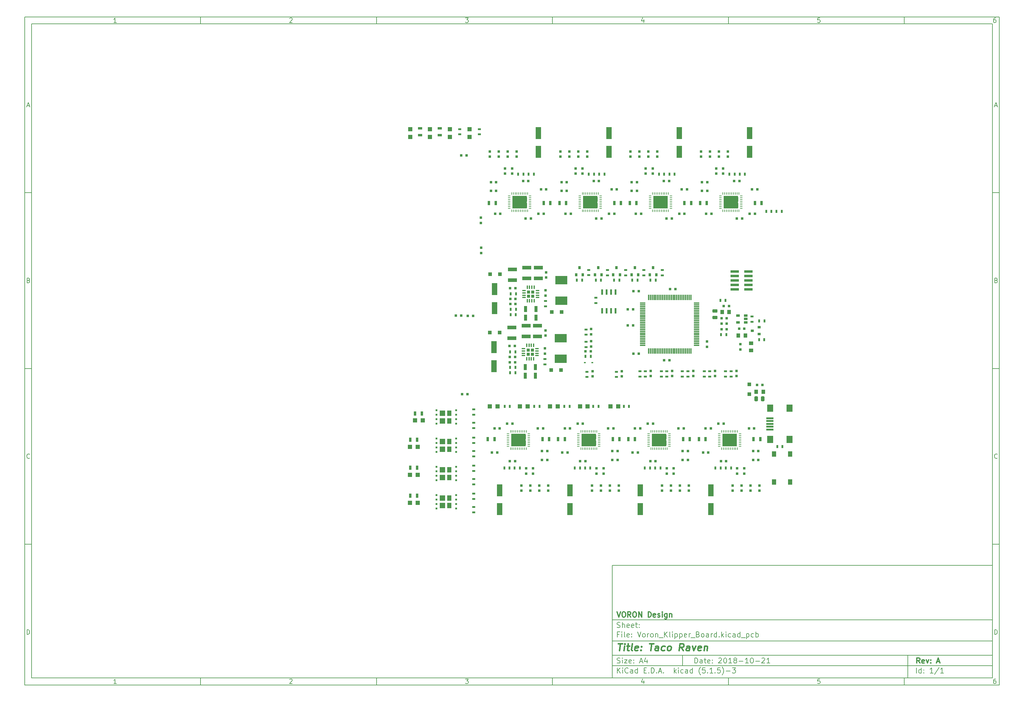
<source format=gtp>
G04 #@! TF.GenerationSoftware,KiCad,Pcbnew,(5.1.5)-3*
G04 #@! TF.CreationDate,2020-04-08T23:05:28-04:00*
G04 #@! TF.ProjectId,Voron_Klipper_Board,566f726f-6e5f-44b6-9c69-707065725f42,A*
G04 #@! TF.SameCoordinates,Original*
G04 #@! TF.FileFunction,Paste,Top*
G04 #@! TF.FilePolarity,Positive*
%FSLAX46Y46*%
G04 Gerber Fmt 4.6, Leading zero omitted, Abs format (unit mm)*
G04 Created by KiCad (PCBNEW (5.1.5)-3) date 2020-04-08 23:05:28*
%MOMM*%
%LPD*%
G04 APERTURE LIST*
%ADD10C,0.100000*%
%ADD11C,0.150000*%
%ADD12C,0.300000*%
%ADD13C,0.400000*%
%ADD14C,0.050000*%
%ADD15R,0.800000X0.750000*%
%ADD16R,0.750000X0.800000*%
%ADD17R,2.500000X1.000000*%
%ADD18R,0.900000X1.700000*%
%ADD19R,0.500000X0.900000*%
%ADD20R,0.600000X0.450000*%
%ADD21R,0.700000X1.300000*%
%ADD22R,4.150000X3.650000*%
%ADD23R,0.800000X0.250000*%
%ADD24R,0.250000X0.800000*%
%ADD25R,2.400000X0.740000*%
%ADD26R,0.800000X0.900000*%
%ADD27R,1.100000X1.100000*%
%ADD28R,0.900000X0.500000*%
%ADD29R,3.429000X2.413000*%
%ADD30R,1.600000X3.500000*%
%ADD31R,0.900000X0.900000*%
%ADD32C,0.350000*%
%ADD33R,0.350000X0.825000*%
%ADD34R,0.825000X0.350000*%
%ADD35R,1.200000X1.200000*%
%ADD36R,1.300000X0.700000*%
%ADD37R,1.000000X1.250000*%
%ADD38R,1.500000X0.300000*%
%ADD39R,0.300000X1.500000*%
%ADD40R,1.700000X2.000000*%
%ADD41R,2.000000X0.500000*%
%ADD42R,0.600000X1.550000*%
%ADD43R,1.250000X1.000000*%
%ADD44R,1.060000X0.650000*%
%ADD45R,0.900000X0.800000*%
%ADD46R,0.490000X0.490000*%
%ADD47R,1.585000X1.570000*%
%ADD48R,1.235000X1.570000*%
%ADD49R,1.300000X1.550000*%
G04 APERTURE END LIST*
D10*
D11*
X177002200Y-166007200D02*
X177002200Y-198007200D01*
X285002200Y-198007200D01*
X285002200Y-166007200D01*
X177002200Y-166007200D01*
D10*
D11*
X10000000Y-10000000D02*
X10000000Y-200007200D01*
X287002200Y-200007200D01*
X287002200Y-10000000D01*
X10000000Y-10000000D01*
D10*
D11*
X12000000Y-12000000D02*
X12000000Y-198007200D01*
X285002200Y-198007200D01*
X285002200Y-12000000D01*
X12000000Y-12000000D01*
D10*
D11*
X60000000Y-12000000D02*
X60000000Y-10000000D01*
D10*
D11*
X110000000Y-12000000D02*
X110000000Y-10000000D01*
D10*
D11*
X160000000Y-12000000D02*
X160000000Y-10000000D01*
D10*
D11*
X210000000Y-12000000D02*
X210000000Y-10000000D01*
D10*
D11*
X260000000Y-12000000D02*
X260000000Y-10000000D01*
D10*
D11*
X36065476Y-11588095D02*
X35322619Y-11588095D01*
X35694047Y-11588095D02*
X35694047Y-10288095D01*
X35570238Y-10473809D01*
X35446428Y-10597619D01*
X35322619Y-10659523D01*
D10*
D11*
X85322619Y-10411904D02*
X85384523Y-10350000D01*
X85508333Y-10288095D01*
X85817857Y-10288095D01*
X85941666Y-10350000D01*
X86003571Y-10411904D01*
X86065476Y-10535714D01*
X86065476Y-10659523D01*
X86003571Y-10845238D01*
X85260714Y-11588095D01*
X86065476Y-11588095D01*
D10*
D11*
X135260714Y-10288095D02*
X136065476Y-10288095D01*
X135632142Y-10783333D01*
X135817857Y-10783333D01*
X135941666Y-10845238D01*
X136003571Y-10907142D01*
X136065476Y-11030952D01*
X136065476Y-11340476D01*
X136003571Y-11464285D01*
X135941666Y-11526190D01*
X135817857Y-11588095D01*
X135446428Y-11588095D01*
X135322619Y-11526190D01*
X135260714Y-11464285D01*
D10*
D11*
X185941666Y-10721428D02*
X185941666Y-11588095D01*
X185632142Y-10226190D02*
X185322619Y-11154761D01*
X186127380Y-11154761D01*
D10*
D11*
X236003571Y-10288095D02*
X235384523Y-10288095D01*
X235322619Y-10907142D01*
X235384523Y-10845238D01*
X235508333Y-10783333D01*
X235817857Y-10783333D01*
X235941666Y-10845238D01*
X236003571Y-10907142D01*
X236065476Y-11030952D01*
X236065476Y-11340476D01*
X236003571Y-11464285D01*
X235941666Y-11526190D01*
X235817857Y-11588095D01*
X235508333Y-11588095D01*
X235384523Y-11526190D01*
X235322619Y-11464285D01*
D10*
D11*
X285941666Y-10288095D02*
X285694047Y-10288095D01*
X285570238Y-10350000D01*
X285508333Y-10411904D01*
X285384523Y-10597619D01*
X285322619Y-10845238D01*
X285322619Y-11340476D01*
X285384523Y-11464285D01*
X285446428Y-11526190D01*
X285570238Y-11588095D01*
X285817857Y-11588095D01*
X285941666Y-11526190D01*
X286003571Y-11464285D01*
X286065476Y-11340476D01*
X286065476Y-11030952D01*
X286003571Y-10907142D01*
X285941666Y-10845238D01*
X285817857Y-10783333D01*
X285570238Y-10783333D01*
X285446428Y-10845238D01*
X285384523Y-10907142D01*
X285322619Y-11030952D01*
D10*
D11*
X60000000Y-198007200D02*
X60000000Y-200007200D01*
D10*
D11*
X110000000Y-198007200D02*
X110000000Y-200007200D01*
D10*
D11*
X160000000Y-198007200D02*
X160000000Y-200007200D01*
D10*
D11*
X210000000Y-198007200D02*
X210000000Y-200007200D01*
D10*
D11*
X260000000Y-198007200D02*
X260000000Y-200007200D01*
D10*
D11*
X36065476Y-199595295D02*
X35322619Y-199595295D01*
X35694047Y-199595295D02*
X35694047Y-198295295D01*
X35570238Y-198481009D01*
X35446428Y-198604819D01*
X35322619Y-198666723D01*
D10*
D11*
X85322619Y-198419104D02*
X85384523Y-198357200D01*
X85508333Y-198295295D01*
X85817857Y-198295295D01*
X85941666Y-198357200D01*
X86003571Y-198419104D01*
X86065476Y-198542914D01*
X86065476Y-198666723D01*
X86003571Y-198852438D01*
X85260714Y-199595295D01*
X86065476Y-199595295D01*
D10*
D11*
X135260714Y-198295295D02*
X136065476Y-198295295D01*
X135632142Y-198790533D01*
X135817857Y-198790533D01*
X135941666Y-198852438D01*
X136003571Y-198914342D01*
X136065476Y-199038152D01*
X136065476Y-199347676D01*
X136003571Y-199471485D01*
X135941666Y-199533390D01*
X135817857Y-199595295D01*
X135446428Y-199595295D01*
X135322619Y-199533390D01*
X135260714Y-199471485D01*
D10*
D11*
X185941666Y-198728628D02*
X185941666Y-199595295D01*
X185632142Y-198233390D02*
X185322619Y-199161961D01*
X186127380Y-199161961D01*
D10*
D11*
X236003571Y-198295295D02*
X235384523Y-198295295D01*
X235322619Y-198914342D01*
X235384523Y-198852438D01*
X235508333Y-198790533D01*
X235817857Y-198790533D01*
X235941666Y-198852438D01*
X236003571Y-198914342D01*
X236065476Y-199038152D01*
X236065476Y-199347676D01*
X236003571Y-199471485D01*
X235941666Y-199533390D01*
X235817857Y-199595295D01*
X235508333Y-199595295D01*
X235384523Y-199533390D01*
X235322619Y-199471485D01*
D10*
D11*
X285941666Y-198295295D02*
X285694047Y-198295295D01*
X285570238Y-198357200D01*
X285508333Y-198419104D01*
X285384523Y-198604819D01*
X285322619Y-198852438D01*
X285322619Y-199347676D01*
X285384523Y-199471485D01*
X285446428Y-199533390D01*
X285570238Y-199595295D01*
X285817857Y-199595295D01*
X285941666Y-199533390D01*
X286003571Y-199471485D01*
X286065476Y-199347676D01*
X286065476Y-199038152D01*
X286003571Y-198914342D01*
X285941666Y-198852438D01*
X285817857Y-198790533D01*
X285570238Y-198790533D01*
X285446428Y-198852438D01*
X285384523Y-198914342D01*
X285322619Y-199038152D01*
D10*
D11*
X10000000Y-60000000D02*
X12000000Y-60000000D01*
D10*
D11*
X10000000Y-110000000D02*
X12000000Y-110000000D01*
D10*
D11*
X10000000Y-160000000D02*
X12000000Y-160000000D01*
D10*
D11*
X10690476Y-35216666D02*
X11309523Y-35216666D01*
X10566666Y-35588095D02*
X11000000Y-34288095D01*
X11433333Y-35588095D01*
D10*
D11*
X11092857Y-84907142D02*
X11278571Y-84969047D01*
X11340476Y-85030952D01*
X11402380Y-85154761D01*
X11402380Y-85340476D01*
X11340476Y-85464285D01*
X11278571Y-85526190D01*
X11154761Y-85588095D01*
X10659523Y-85588095D01*
X10659523Y-84288095D01*
X11092857Y-84288095D01*
X11216666Y-84350000D01*
X11278571Y-84411904D01*
X11340476Y-84535714D01*
X11340476Y-84659523D01*
X11278571Y-84783333D01*
X11216666Y-84845238D01*
X11092857Y-84907142D01*
X10659523Y-84907142D01*
D10*
D11*
X11402380Y-135464285D02*
X11340476Y-135526190D01*
X11154761Y-135588095D01*
X11030952Y-135588095D01*
X10845238Y-135526190D01*
X10721428Y-135402380D01*
X10659523Y-135278571D01*
X10597619Y-135030952D01*
X10597619Y-134845238D01*
X10659523Y-134597619D01*
X10721428Y-134473809D01*
X10845238Y-134350000D01*
X11030952Y-134288095D01*
X11154761Y-134288095D01*
X11340476Y-134350000D01*
X11402380Y-134411904D01*
D10*
D11*
X10659523Y-185588095D02*
X10659523Y-184288095D01*
X10969047Y-184288095D01*
X11154761Y-184350000D01*
X11278571Y-184473809D01*
X11340476Y-184597619D01*
X11402380Y-184845238D01*
X11402380Y-185030952D01*
X11340476Y-185278571D01*
X11278571Y-185402380D01*
X11154761Y-185526190D01*
X10969047Y-185588095D01*
X10659523Y-185588095D01*
D10*
D11*
X287002200Y-60000000D02*
X285002200Y-60000000D01*
D10*
D11*
X287002200Y-110000000D02*
X285002200Y-110000000D01*
D10*
D11*
X287002200Y-160000000D02*
X285002200Y-160000000D01*
D10*
D11*
X285692676Y-35216666D02*
X286311723Y-35216666D01*
X285568866Y-35588095D02*
X286002200Y-34288095D01*
X286435533Y-35588095D01*
D10*
D11*
X286095057Y-84907142D02*
X286280771Y-84969047D01*
X286342676Y-85030952D01*
X286404580Y-85154761D01*
X286404580Y-85340476D01*
X286342676Y-85464285D01*
X286280771Y-85526190D01*
X286156961Y-85588095D01*
X285661723Y-85588095D01*
X285661723Y-84288095D01*
X286095057Y-84288095D01*
X286218866Y-84350000D01*
X286280771Y-84411904D01*
X286342676Y-84535714D01*
X286342676Y-84659523D01*
X286280771Y-84783333D01*
X286218866Y-84845238D01*
X286095057Y-84907142D01*
X285661723Y-84907142D01*
D10*
D11*
X286404580Y-135464285D02*
X286342676Y-135526190D01*
X286156961Y-135588095D01*
X286033152Y-135588095D01*
X285847438Y-135526190D01*
X285723628Y-135402380D01*
X285661723Y-135278571D01*
X285599819Y-135030952D01*
X285599819Y-134845238D01*
X285661723Y-134597619D01*
X285723628Y-134473809D01*
X285847438Y-134350000D01*
X286033152Y-134288095D01*
X286156961Y-134288095D01*
X286342676Y-134350000D01*
X286404580Y-134411904D01*
D10*
D11*
X285661723Y-185588095D02*
X285661723Y-184288095D01*
X285971247Y-184288095D01*
X286156961Y-184350000D01*
X286280771Y-184473809D01*
X286342676Y-184597619D01*
X286404580Y-184845238D01*
X286404580Y-185030952D01*
X286342676Y-185278571D01*
X286280771Y-185402380D01*
X286156961Y-185526190D01*
X285971247Y-185588095D01*
X285661723Y-185588095D01*
D10*
D11*
X200434342Y-193785771D02*
X200434342Y-192285771D01*
X200791485Y-192285771D01*
X201005771Y-192357200D01*
X201148628Y-192500057D01*
X201220057Y-192642914D01*
X201291485Y-192928628D01*
X201291485Y-193142914D01*
X201220057Y-193428628D01*
X201148628Y-193571485D01*
X201005771Y-193714342D01*
X200791485Y-193785771D01*
X200434342Y-193785771D01*
X202577200Y-193785771D02*
X202577200Y-193000057D01*
X202505771Y-192857200D01*
X202362914Y-192785771D01*
X202077200Y-192785771D01*
X201934342Y-192857200D01*
X202577200Y-193714342D02*
X202434342Y-193785771D01*
X202077200Y-193785771D01*
X201934342Y-193714342D01*
X201862914Y-193571485D01*
X201862914Y-193428628D01*
X201934342Y-193285771D01*
X202077200Y-193214342D01*
X202434342Y-193214342D01*
X202577200Y-193142914D01*
X203077200Y-192785771D02*
X203648628Y-192785771D01*
X203291485Y-192285771D02*
X203291485Y-193571485D01*
X203362914Y-193714342D01*
X203505771Y-193785771D01*
X203648628Y-193785771D01*
X204720057Y-193714342D02*
X204577200Y-193785771D01*
X204291485Y-193785771D01*
X204148628Y-193714342D01*
X204077200Y-193571485D01*
X204077200Y-193000057D01*
X204148628Y-192857200D01*
X204291485Y-192785771D01*
X204577200Y-192785771D01*
X204720057Y-192857200D01*
X204791485Y-193000057D01*
X204791485Y-193142914D01*
X204077200Y-193285771D01*
X205434342Y-193642914D02*
X205505771Y-193714342D01*
X205434342Y-193785771D01*
X205362914Y-193714342D01*
X205434342Y-193642914D01*
X205434342Y-193785771D01*
X205434342Y-192857200D02*
X205505771Y-192928628D01*
X205434342Y-193000057D01*
X205362914Y-192928628D01*
X205434342Y-192857200D01*
X205434342Y-193000057D01*
X207220057Y-192428628D02*
X207291485Y-192357200D01*
X207434342Y-192285771D01*
X207791485Y-192285771D01*
X207934342Y-192357200D01*
X208005771Y-192428628D01*
X208077200Y-192571485D01*
X208077200Y-192714342D01*
X208005771Y-192928628D01*
X207148628Y-193785771D01*
X208077200Y-193785771D01*
X209005771Y-192285771D02*
X209148628Y-192285771D01*
X209291485Y-192357200D01*
X209362914Y-192428628D01*
X209434342Y-192571485D01*
X209505771Y-192857200D01*
X209505771Y-193214342D01*
X209434342Y-193500057D01*
X209362914Y-193642914D01*
X209291485Y-193714342D01*
X209148628Y-193785771D01*
X209005771Y-193785771D01*
X208862914Y-193714342D01*
X208791485Y-193642914D01*
X208720057Y-193500057D01*
X208648628Y-193214342D01*
X208648628Y-192857200D01*
X208720057Y-192571485D01*
X208791485Y-192428628D01*
X208862914Y-192357200D01*
X209005771Y-192285771D01*
X210934342Y-193785771D02*
X210077200Y-193785771D01*
X210505771Y-193785771D02*
X210505771Y-192285771D01*
X210362914Y-192500057D01*
X210220057Y-192642914D01*
X210077200Y-192714342D01*
X211791485Y-192928628D02*
X211648628Y-192857200D01*
X211577200Y-192785771D01*
X211505771Y-192642914D01*
X211505771Y-192571485D01*
X211577200Y-192428628D01*
X211648628Y-192357200D01*
X211791485Y-192285771D01*
X212077200Y-192285771D01*
X212220057Y-192357200D01*
X212291485Y-192428628D01*
X212362914Y-192571485D01*
X212362914Y-192642914D01*
X212291485Y-192785771D01*
X212220057Y-192857200D01*
X212077200Y-192928628D01*
X211791485Y-192928628D01*
X211648628Y-193000057D01*
X211577200Y-193071485D01*
X211505771Y-193214342D01*
X211505771Y-193500057D01*
X211577200Y-193642914D01*
X211648628Y-193714342D01*
X211791485Y-193785771D01*
X212077200Y-193785771D01*
X212220057Y-193714342D01*
X212291485Y-193642914D01*
X212362914Y-193500057D01*
X212362914Y-193214342D01*
X212291485Y-193071485D01*
X212220057Y-193000057D01*
X212077200Y-192928628D01*
X213005771Y-193214342D02*
X214148628Y-193214342D01*
X215648628Y-193785771D02*
X214791485Y-193785771D01*
X215220057Y-193785771D02*
X215220057Y-192285771D01*
X215077200Y-192500057D01*
X214934342Y-192642914D01*
X214791485Y-192714342D01*
X216577200Y-192285771D02*
X216720057Y-192285771D01*
X216862914Y-192357200D01*
X216934342Y-192428628D01*
X217005771Y-192571485D01*
X217077200Y-192857200D01*
X217077200Y-193214342D01*
X217005771Y-193500057D01*
X216934342Y-193642914D01*
X216862914Y-193714342D01*
X216720057Y-193785771D01*
X216577200Y-193785771D01*
X216434342Y-193714342D01*
X216362914Y-193642914D01*
X216291485Y-193500057D01*
X216220057Y-193214342D01*
X216220057Y-192857200D01*
X216291485Y-192571485D01*
X216362914Y-192428628D01*
X216434342Y-192357200D01*
X216577200Y-192285771D01*
X217720057Y-193214342D02*
X218862914Y-193214342D01*
X219505771Y-192428628D02*
X219577200Y-192357200D01*
X219720057Y-192285771D01*
X220077200Y-192285771D01*
X220220057Y-192357200D01*
X220291485Y-192428628D01*
X220362914Y-192571485D01*
X220362914Y-192714342D01*
X220291485Y-192928628D01*
X219434342Y-193785771D01*
X220362914Y-193785771D01*
X221791485Y-193785771D02*
X220934342Y-193785771D01*
X221362914Y-193785771D02*
X221362914Y-192285771D01*
X221220057Y-192500057D01*
X221077200Y-192642914D01*
X220934342Y-192714342D01*
D10*
D11*
X177002200Y-194507200D02*
X285002200Y-194507200D01*
D10*
D11*
X178434342Y-196585771D02*
X178434342Y-195085771D01*
X179291485Y-196585771D02*
X178648628Y-195728628D01*
X179291485Y-195085771D02*
X178434342Y-195942914D01*
X179934342Y-196585771D02*
X179934342Y-195585771D01*
X179934342Y-195085771D02*
X179862914Y-195157200D01*
X179934342Y-195228628D01*
X180005771Y-195157200D01*
X179934342Y-195085771D01*
X179934342Y-195228628D01*
X181505771Y-196442914D02*
X181434342Y-196514342D01*
X181220057Y-196585771D01*
X181077200Y-196585771D01*
X180862914Y-196514342D01*
X180720057Y-196371485D01*
X180648628Y-196228628D01*
X180577200Y-195942914D01*
X180577200Y-195728628D01*
X180648628Y-195442914D01*
X180720057Y-195300057D01*
X180862914Y-195157200D01*
X181077200Y-195085771D01*
X181220057Y-195085771D01*
X181434342Y-195157200D01*
X181505771Y-195228628D01*
X182791485Y-196585771D02*
X182791485Y-195800057D01*
X182720057Y-195657200D01*
X182577200Y-195585771D01*
X182291485Y-195585771D01*
X182148628Y-195657200D01*
X182791485Y-196514342D02*
X182648628Y-196585771D01*
X182291485Y-196585771D01*
X182148628Y-196514342D01*
X182077200Y-196371485D01*
X182077200Y-196228628D01*
X182148628Y-196085771D01*
X182291485Y-196014342D01*
X182648628Y-196014342D01*
X182791485Y-195942914D01*
X184148628Y-196585771D02*
X184148628Y-195085771D01*
X184148628Y-196514342D02*
X184005771Y-196585771D01*
X183720057Y-196585771D01*
X183577200Y-196514342D01*
X183505771Y-196442914D01*
X183434342Y-196300057D01*
X183434342Y-195871485D01*
X183505771Y-195728628D01*
X183577200Y-195657200D01*
X183720057Y-195585771D01*
X184005771Y-195585771D01*
X184148628Y-195657200D01*
X186005771Y-195800057D02*
X186505771Y-195800057D01*
X186720057Y-196585771D02*
X186005771Y-196585771D01*
X186005771Y-195085771D01*
X186720057Y-195085771D01*
X187362914Y-196442914D02*
X187434342Y-196514342D01*
X187362914Y-196585771D01*
X187291485Y-196514342D01*
X187362914Y-196442914D01*
X187362914Y-196585771D01*
X188077200Y-196585771D02*
X188077200Y-195085771D01*
X188434342Y-195085771D01*
X188648628Y-195157200D01*
X188791485Y-195300057D01*
X188862914Y-195442914D01*
X188934342Y-195728628D01*
X188934342Y-195942914D01*
X188862914Y-196228628D01*
X188791485Y-196371485D01*
X188648628Y-196514342D01*
X188434342Y-196585771D01*
X188077200Y-196585771D01*
X189577200Y-196442914D02*
X189648628Y-196514342D01*
X189577200Y-196585771D01*
X189505771Y-196514342D01*
X189577200Y-196442914D01*
X189577200Y-196585771D01*
X190220057Y-196157200D02*
X190934342Y-196157200D01*
X190077200Y-196585771D02*
X190577200Y-195085771D01*
X191077200Y-196585771D01*
X191577200Y-196442914D02*
X191648628Y-196514342D01*
X191577200Y-196585771D01*
X191505771Y-196514342D01*
X191577200Y-196442914D01*
X191577200Y-196585771D01*
X194577200Y-196585771D02*
X194577200Y-195085771D01*
X194720057Y-196014342D02*
X195148628Y-196585771D01*
X195148628Y-195585771D02*
X194577200Y-196157200D01*
X195791485Y-196585771D02*
X195791485Y-195585771D01*
X195791485Y-195085771D02*
X195720057Y-195157200D01*
X195791485Y-195228628D01*
X195862914Y-195157200D01*
X195791485Y-195085771D01*
X195791485Y-195228628D01*
X197148628Y-196514342D02*
X197005771Y-196585771D01*
X196720057Y-196585771D01*
X196577200Y-196514342D01*
X196505771Y-196442914D01*
X196434342Y-196300057D01*
X196434342Y-195871485D01*
X196505771Y-195728628D01*
X196577200Y-195657200D01*
X196720057Y-195585771D01*
X197005771Y-195585771D01*
X197148628Y-195657200D01*
X198434342Y-196585771D02*
X198434342Y-195800057D01*
X198362914Y-195657200D01*
X198220057Y-195585771D01*
X197934342Y-195585771D01*
X197791485Y-195657200D01*
X198434342Y-196514342D02*
X198291485Y-196585771D01*
X197934342Y-196585771D01*
X197791485Y-196514342D01*
X197720057Y-196371485D01*
X197720057Y-196228628D01*
X197791485Y-196085771D01*
X197934342Y-196014342D01*
X198291485Y-196014342D01*
X198434342Y-195942914D01*
X199791485Y-196585771D02*
X199791485Y-195085771D01*
X199791485Y-196514342D02*
X199648628Y-196585771D01*
X199362914Y-196585771D01*
X199220057Y-196514342D01*
X199148628Y-196442914D01*
X199077200Y-196300057D01*
X199077200Y-195871485D01*
X199148628Y-195728628D01*
X199220057Y-195657200D01*
X199362914Y-195585771D01*
X199648628Y-195585771D01*
X199791485Y-195657200D01*
X202077200Y-197157200D02*
X202005771Y-197085771D01*
X201862914Y-196871485D01*
X201791485Y-196728628D01*
X201720057Y-196514342D01*
X201648628Y-196157200D01*
X201648628Y-195871485D01*
X201720057Y-195514342D01*
X201791485Y-195300057D01*
X201862914Y-195157200D01*
X202005771Y-194942914D01*
X202077200Y-194871485D01*
X203362914Y-195085771D02*
X202648628Y-195085771D01*
X202577200Y-195800057D01*
X202648628Y-195728628D01*
X202791485Y-195657200D01*
X203148628Y-195657200D01*
X203291485Y-195728628D01*
X203362914Y-195800057D01*
X203434342Y-195942914D01*
X203434342Y-196300057D01*
X203362914Y-196442914D01*
X203291485Y-196514342D01*
X203148628Y-196585771D01*
X202791485Y-196585771D01*
X202648628Y-196514342D01*
X202577200Y-196442914D01*
X204077200Y-196442914D02*
X204148628Y-196514342D01*
X204077200Y-196585771D01*
X204005771Y-196514342D01*
X204077200Y-196442914D01*
X204077200Y-196585771D01*
X205577200Y-196585771D02*
X204720057Y-196585771D01*
X205148628Y-196585771D02*
X205148628Y-195085771D01*
X205005771Y-195300057D01*
X204862914Y-195442914D01*
X204720057Y-195514342D01*
X206220057Y-196442914D02*
X206291485Y-196514342D01*
X206220057Y-196585771D01*
X206148628Y-196514342D01*
X206220057Y-196442914D01*
X206220057Y-196585771D01*
X207648628Y-195085771D02*
X206934342Y-195085771D01*
X206862914Y-195800057D01*
X206934342Y-195728628D01*
X207077200Y-195657200D01*
X207434342Y-195657200D01*
X207577200Y-195728628D01*
X207648628Y-195800057D01*
X207720057Y-195942914D01*
X207720057Y-196300057D01*
X207648628Y-196442914D01*
X207577200Y-196514342D01*
X207434342Y-196585771D01*
X207077200Y-196585771D01*
X206934342Y-196514342D01*
X206862914Y-196442914D01*
X208220057Y-197157200D02*
X208291485Y-197085771D01*
X208434342Y-196871485D01*
X208505771Y-196728628D01*
X208577200Y-196514342D01*
X208648628Y-196157200D01*
X208648628Y-195871485D01*
X208577200Y-195514342D01*
X208505771Y-195300057D01*
X208434342Y-195157200D01*
X208291485Y-194942914D01*
X208220057Y-194871485D01*
X209362914Y-196014342D02*
X210505771Y-196014342D01*
X211077200Y-195085771D02*
X212005771Y-195085771D01*
X211505771Y-195657200D01*
X211720057Y-195657200D01*
X211862914Y-195728628D01*
X211934342Y-195800057D01*
X212005771Y-195942914D01*
X212005771Y-196300057D01*
X211934342Y-196442914D01*
X211862914Y-196514342D01*
X211720057Y-196585771D01*
X211291485Y-196585771D01*
X211148628Y-196514342D01*
X211077200Y-196442914D01*
D10*
D11*
X177002200Y-191507200D02*
X285002200Y-191507200D01*
D10*
D12*
X264411485Y-193785771D02*
X263911485Y-193071485D01*
X263554342Y-193785771D02*
X263554342Y-192285771D01*
X264125771Y-192285771D01*
X264268628Y-192357200D01*
X264340057Y-192428628D01*
X264411485Y-192571485D01*
X264411485Y-192785771D01*
X264340057Y-192928628D01*
X264268628Y-193000057D01*
X264125771Y-193071485D01*
X263554342Y-193071485D01*
X265625771Y-193714342D02*
X265482914Y-193785771D01*
X265197200Y-193785771D01*
X265054342Y-193714342D01*
X264982914Y-193571485D01*
X264982914Y-193000057D01*
X265054342Y-192857200D01*
X265197200Y-192785771D01*
X265482914Y-192785771D01*
X265625771Y-192857200D01*
X265697200Y-193000057D01*
X265697200Y-193142914D01*
X264982914Y-193285771D01*
X266197200Y-192785771D02*
X266554342Y-193785771D01*
X266911485Y-192785771D01*
X267482914Y-193642914D02*
X267554342Y-193714342D01*
X267482914Y-193785771D01*
X267411485Y-193714342D01*
X267482914Y-193642914D01*
X267482914Y-193785771D01*
X267482914Y-192857200D02*
X267554342Y-192928628D01*
X267482914Y-193000057D01*
X267411485Y-192928628D01*
X267482914Y-192857200D01*
X267482914Y-193000057D01*
X269268628Y-193357200D02*
X269982914Y-193357200D01*
X269125771Y-193785771D02*
X269625771Y-192285771D01*
X270125771Y-193785771D01*
D10*
D11*
X178362914Y-193714342D02*
X178577200Y-193785771D01*
X178934342Y-193785771D01*
X179077200Y-193714342D01*
X179148628Y-193642914D01*
X179220057Y-193500057D01*
X179220057Y-193357200D01*
X179148628Y-193214342D01*
X179077200Y-193142914D01*
X178934342Y-193071485D01*
X178648628Y-193000057D01*
X178505771Y-192928628D01*
X178434342Y-192857200D01*
X178362914Y-192714342D01*
X178362914Y-192571485D01*
X178434342Y-192428628D01*
X178505771Y-192357200D01*
X178648628Y-192285771D01*
X179005771Y-192285771D01*
X179220057Y-192357200D01*
X179862914Y-193785771D02*
X179862914Y-192785771D01*
X179862914Y-192285771D02*
X179791485Y-192357200D01*
X179862914Y-192428628D01*
X179934342Y-192357200D01*
X179862914Y-192285771D01*
X179862914Y-192428628D01*
X180434342Y-192785771D02*
X181220057Y-192785771D01*
X180434342Y-193785771D01*
X181220057Y-193785771D01*
X182362914Y-193714342D02*
X182220057Y-193785771D01*
X181934342Y-193785771D01*
X181791485Y-193714342D01*
X181720057Y-193571485D01*
X181720057Y-193000057D01*
X181791485Y-192857200D01*
X181934342Y-192785771D01*
X182220057Y-192785771D01*
X182362914Y-192857200D01*
X182434342Y-193000057D01*
X182434342Y-193142914D01*
X181720057Y-193285771D01*
X183077200Y-193642914D02*
X183148628Y-193714342D01*
X183077200Y-193785771D01*
X183005771Y-193714342D01*
X183077200Y-193642914D01*
X183077200Y-193785771D01*
X183077200Y-192857200D02*
X183148628Y-192928628D01*
X183077200Y-193000057D01*
X183005771Y-192928628D01*
X183077200Y-192857200D01*
X183077200Y-193000057D01*
X184862914Y-193357200D02*
X185577200Y-193357200D01*
X184720057Y-193785771D02*
X185220057Y-192285771D01*
X185720057Y-193785771D01*
X186862914Y-192785771D02*
X186862914Y-193785771D01*
X186505771Y-192214342D02*
X186148628Y-193285771D01*
X187077200Y-193285771D01*
D10*
D11*
X263434342Y-196585771D02*
X263434342Y-195085771D01*
X264791485Y-196585771D02*
X264791485Y-195085771D01*
X264791485Y-196514342D02*
X264648628Y-196585771D01*
X264362914Y-196585771D01*
X264220057Y-196514342D01*
X264148628Y-196442914D01*
X264077200Y-196300057D01*
X264077200Y-195871485D01*
X264148628Y-195728628D01*
X264220057Y-195657200D01*
X264362914Y-195585771D01*
X264648628Y-195585771D01*
X264791485Y-195657200D01*
X265505771Y-196442914D02*
X265577200Y-196514342D01*
X265505771Y-196585771D01*
X265434342Y-196514342D01*
X265505771Y-196442914D01*
X265505771Y-196585771D01*
X265505771Y-195657200D02*
X265577200Y-195728628D01*
X265505771Y-195800057D01*
X265434342Y-195728628D01*
X265505771Y-195657200D01*
X265505771Y-195800057D01*
X268148628Y-196585771D02*
X267291485Y-196585771D01*
X267720057Y-196585771D02*
X267720057Y-195085771D01*
X267577200Y-195300057D01*
X267434342Y-195442914D01*
X267291485Y-195514342D01*
X269862914Y-195014342D02*
X268577200Y-196942914D01*
X271148628Y-196585771D02*
X270291485Y-196585771D01*
X270720057Y-196585771D02*
X270720057Y-195085771D01*
X270577200Y-195300057D01*
X270434342Y-195442914D01*
X270291485Y-195514342D01*
D10*
D11*
X177002200Y-187507200D02*
X285002200Y-187507200D01*
D10*
D13*
X178714580Y-188211961D02*
X179857438Y-188211961D01*
X179036009Y-190211961D02*
X179286009Y-188211961D01*
X180274104Y-190211961D02*
X180440771Y-188878628D01*
X180524104Y-188211961D02*
X180416961Y-188307200D01*
X180500295Y-188402438D01*
X180607438Y-188307200D01*
X180524104Y-188211961D01*
X180500295Y-188402438D01*
X181107438Y-188878628D02*
X181869342Y-188878628D01*
X181476485Y-188211961D02*
X181262200Y-189926247D01*
X181333628Y-190116723D01*
X181512200Y-190211961D01*
X181702676Y-190211961D01*
X182655057Y-190211961D02*
X182476485Y-190116723D01*
X182405057Y-189926247D01*
X182619342Y-188211961D01*
X184190771Y-190116723D02*
X183988390Y-190211961D01*
X183607438Y-190211961D01*
X183428866Y-190116723D01*
X183357438Y-189926247D01*
X183452676Y-189164342D01*
X183571723Y-188973866D01*
X183774104Y-188878628D01*
X184155057Y-188878628D01*
X184333628Y-188973866D01*
X184405057Y-189164342D01*
X184381247Y-189354819D01*
X183405057Y-189545295D01*
X185155057Y-190021485D02*
X185238390Y-190116723D01*
X185131247Y-190211961D01*
X185047914Y-190116723D01*
X185155057Y-190021485D01*
X185131247Y-190211961D01*
X185286009Y-188973866D02*
X185369342Y-189069104D01*
X185262200Y-189164342D01*
X185178866Y-189069104D01*
X185286009Y-188973866D01*
X185262200Y-189164342D01*
X187571723Y-188211961D02*
X188714580Y-188211961D01*
X187893152Y-190211961D02*
X188143152Y-188211961D01*
X189988390Y-190211961D02*
X190119342Y-189164342D01*
X190047914Y-188973866D01*
X189869342Y-188878628D01*
X189488390Y-188878628D01*
X189286009Y-188973866D01*
X190000295Y-190116723D02*
X189797914Y-190211961D01*
X189321723Y-190211961D01*
X189143152Y-190116723D01*
X189071723Y-189926247D01*
X189095533Y-189735771D01*
X189214580Y-189545295D01*
X189416961Y-189450057D01*
X189893152Y-189450057D01*
X190095533Y-189354819D01*
X191809819Y-190116723D02*
X191607438Y-190211961D01*
X191226485Y-190211961D01*
X191047914Y-190116723D01*
X190964580Y-190021485D01*
X190893152Y-189831009D01*
X190964580Y-189259580D01*
X191083628Y-189069104D01*
X191190771Y-188973866D01*
X191393152Y-188878628D01*
X191774104Y-188878628D01*
X191952676Y-188973866D01*
X192940771Y-190211961D02*
X192762200Y-190116723D01*
X192678866Y-190021485D01*
X192607438Y-189831009D01*
X192678866Y-189259580D01*
X192797914Y-189069104D01*
X192905057Y-188973866D01*
X193107438Y-188878628D01*
X193393152Y-188878628D01*
X193571723Y-188973866D01*
X193655057Y-189069104D01*
X193726485Y-189259580D01*
X193655057Y-189831009D01*
X193536009Y-190021485D01*
X193428866Y-190116723D01*
X193226485Y-190211961D01*
X192940771Y-190211961D01*
X197131247Y-190211961D02*
X196583628Y-189259580D01*
X195988390Y-190211961D02*
X196238390Y-188211961D01*
X197000295Y-188211961D01*
X197178866Y-188307200D01*
X197262200Y-188402438D01*
X197333628Y-188592914D01*
X197297914Y-188878628D01*
X197178866Y-189069104D01*
X197071723Y-189164342D01*
X196869342Y-189259580D01*
X196107438Y-189259580D01*
X198845533Y-190211961D02*
X198976485Y-189164342D01*
X198905057Y-188973866D01*
X198726485Y-188878628D01*
X198345533Y-188878628D01*
X198143152Y-188973866D01*
X198857438Y-190116723D02*
X198655057Y-190211961D01*
X198178866Y-190211961D01*
X198000295Y-190116723D01*
X197928866Y-189926247D01*
X197952676Y-189735771D01*
X198071723Y-189545295D01*
X198274104Y-189450057D01*
X198750295Y-189450057D01*
X198952676Y-189354819D01*
X199774104Y-188878628D02*
X200083628Y-190211961D01*
X200726485Y-188878628D01*
X202095533Y-190116723D02*
X201893152Y-190211961D01*
X201512200Y-190211961D01*
X201333628Y-190116723D01*
X201262200Y-189926247D01*
X201357438Y-189164342D01*
X201476485Y-188973866D01*
X201678866Y-188878628D01*
X202059819Y-188878628D01*
X202238390Y-188973866D01*
X202309819Y-189164342D01*
X202286009Y-189354819D01*
X201309819Y-189545295D01*
X203202676Y-188878628D02*
X203036009Y-190211961D01*
X203178866Y-189069104D02*
X203286009Y-188973866D01*
X203488390Y-188878628D01*
X203774104Y-188878628D01*
X203952676Y-188973866D01*
X204024104Y-189164342D01*
X203893152Y-190211961D01*
D10*
D11*
X178934342Y-185600057D02*
X178434342Y-185600057D01*
X178434342Y-186385771D02*
X178434342Y-184885771D01*
X179148628Y-184885771D01*
X179720057Y-186385771D02*
X179720057Y-185385771D01*
X179720057Y-184885771D02*
X179648628Y-184957200D01*
X179720057Y-185028628D01*
X179791485Y-184957200D01*
X179720057Y-184885771D01*
X179720057Y-185028628D01*
X180648628Y-186385771D02*
X180505771Y-186314342D01*
X180434342Y-186171485D01*
X180434342Y-184885771D01*
X181791485Y-186314342D02*
X181648628Y-186385771D01*
X181362914Y-186385771D01*
X181220057Y-186314342D01*
X181148628Y-186171485D01*
X181148628Y-185600057D01*
X181220057Y-185457200D01*
X181362914Y-185385771D01*
X181648628Y-185385771D01*
X181791485Y-185457200D01*
X181862914Y-185600057D01*
X181862914Y-185742914D01*
X181148628Y-185885771D01*
X182505771Y-186242914D02*
X182577200Y-186314342D01*
X182505771Y-186385771D01*
X182434342Y-186314342D01*
X182505771Y-186242914D01*
X182505771Y-186385771D01*
X182505771Y-185457200D02*
X182577200Y-185528628D01*
X182505771Y-185600057D01*
X182434342Y-185528628D01*
X182505771Y-185457200D01*
X182505771Y-185600057D01*
X184148628Y-184885771D02*
X184648628Y-186385771D01*
X185148628Y-184885771D01*
X185862914Y-186385771D02*
X185720057Y-186314342D01*
X185648628Y-186242914D01*
X185577200Y-186100057D01*
X185577200Y-185671485D01*
X185648628Y-185528628D01*
X185720057Y-185457200D01*
X185862914Y-185385771D01*
X186077200Y-185385771D01*
X186220057Y-185457200D01*
X186291485Y-185528628D01*
X186362914Y-185671485D01*
X186362914Y-186100057D01*
X186291485Y-186242914D01*
X186220057Y-186314342D01*
X186077200Y-186385771D01*
X185862914Y-186385771D01*
X187005771Y-186385771D02*
X187005771Y-185385771D01*
X187005771Y-185671485D02*
X187077200Y-185528628D01*
X187148628Y-185457200D01*
X187291485Y-185385771D01*
X187434342Y-185385771D01*
X188148628Y-186385771D02*
X188005771Y-186314342D01*
X187934342Y-186242914D01*
X187862914Y-186100057D01*
X187862914Y-185671485D01*
X187934342Y-185528628D01*
X188005771Y-185457200D01*
X188148628Y-185385771D01*
X188362914Y-185385771D01*
X188505771Y-185457200D01*
X188577200Y-185528628D01*
X188648628Y-185671485D01*
X188648628Y-186100057D01*
X188577200Y-186242914D01*
X188505771Y-186314342D01*
X188362914Y-186385771D01*
X188148628Y-186385771D01*
X189291485Y-185385771D02*
X189291485Y-186385771D01*
X189291485Y-185528628D02*
X189362914Y-185457200D01*
X189505771Y-185385771D01*
X189720057Y-185385771D01*
X189862914Y-185457200D01*
X189934342Y-185600057D01*
X189934342Y-186385771D01*
X190291485Y-186528628D02*
X191434342Y-186528628D01*
X191791485Y-186385771D02*
X191791485Y-184885771D01*
X192648628Y-186385771D02*
X192005771Y-185528628D01*
X192648628Y-184885771D02*
X191791485Y-185742914D01*
X193505771Y-186385771D02*
X193362914Y-186314342D01*
X193291485Y-186171485D01*
X193291485Y-184885771D01*
X194077200Y-186385771D02*
X194077200Y-185385771D01*
X194077200Y-184885771D02*
X194005771Y-184957200D01*
X194077200Y-185028628D01*
X194148628Y-184957200D01*
X194077200Y-184885771D01*
X194077200Y-185028628D01*
X194791485Y-185385771D02*
X194791485Y-186885771D01*
X194791485Y-185457200D02*
X194934342Y-185385771D01*
X195220057Y-185385771D01*
X195362914Y-185457200D01*
X195434342Y-185528628D01*
X195505771Y-185671485D01*
X195505771Y-186100057D01*
X195434342Y-186242914D01*
X195362914Y-186314342D01*
X195220057Y-186385771D01*
X194934342Y-186385771D01*
X194791485Y-186314342D01*
X196148628Y-185385771D02*
X196148628Y-186885771D01*
X196148628Y-185457200D02*
X196291485Y-185385771D01*
X196577200Y-185385771D01*
X196720057Y-185457200D01*
X196791485Y-185528628D01*
X196862914Y-185671485D01*
X196862914Y-186100057D01*
X196791485Y-186242914D01*
X196720057Y-186314342D01*
X196577200Y-186385771D01*
X196291485Y-186385771D01*
X196148628Y-186314342D01*
X198077200Y-186314342D02*
X197934342Y-186385771D01*
X197648628Y-186385771D01*
X197505771Y-186314342D01*
X197434342Y-186171485D01*
X197434342Y-185600057D01*
X197505771Y-185457200D01*
X197648628Y-185385771D01*
X197934342Y-185385771D01*
X198077200Y-185457200D01*
X198148628Y-185600057D01*
X198148628Y-185742914D01*
X197434342Y-185885771D01*
X198791485Y-186385771D02*
X198791485Y-185385771D01*
X198791485Y-185671485D02*
X198862914Y-185528628D01*
X198934342Y-185457200D01*
X199077200Y-185385771D01*
X199220057Y-185385771D01*
X199362914Y-186528628D02*
X200505771Y-186528628D01*
X201362914Y-185600057D02*
X201577200Y-185671485D01*
X201648628Y-185742914D01*
X201720057Y-185885771D01*
X201720057Y-186100057D01*
X201648628Y-186242914D01*
X201577200Y-186314342D01*
X201434342Y-186385771D01*
X200862914Y-186385771D01*
X200862914Y-184885771D01*
X201362914Y-184885771D01*
X201505771Y-184957200D01*
X201577200Y-185028628D01*
X201648628Y-185171485D01*
X201648628Y-185314342D01*
X201577200Y-185457200D01*
X201505771Y-185528628D01*
X201362914Y-185600057D01*
X200862914Y-185600057D01*
X202577200Y-186385771D02*
X202434342Y-186314342D01*
X202362914Y-186242914D01*
X202291485Y-186100057D01*
X202291485Y-185671485D01*
X202362914Y-185528628D01*
X202434342Y-185457200D01*
X202577200Y-185385771D01*
X202791485Y-185385771D01*
X202934342Y-185457200D01*
X203005771Y-185528628D01*
X203077200Y-185671485D01*
X203077200Y-186100057D01*
X203005771Y-186242914D01*
X202934342Y-186314342D01*
X202791485Y-186385771D01*
X202577200Y-186385771D01*
X204362914Y-186385771D02*
X204362914Y-185600057D01*
X204291485Y-185457200D01*
X204148628Y-185385771D01*
X203862914Y-185385771D01*
X203720057Y-185457200D01*
X204362914Y-186314342D02*
X204220057Y-186385771D01*
X203862914Y-186385771D01*
X203720057Y-186314342D01*
X203648628Y-186171485D01*
X203648628Y-186028628D01*
X203720057Y-185885771D01*
X203862914Y-185814342D01*
X204220057Y-185814342D01*
X204362914Y-185742914D01*
X205077200Y-186385771D02*
X205077200Y-185385771D01*
X205077200Y-185671485D02*
X205148628Y-185528628D01*
X205220057Y-185457200D01*
X205362914Y-185385771D01*
X205505771Y-185385771D01*
X206648628Y-186385771D02*
X206648628Y-184885771D01*
X206648628Y-186314342D02*
X206505771Y-186385771D01*
X206220057Y-186385771D01*
X206077200Y-186314342D01*
X206005771Y-186242914D01*
X205934342Y-186100057D01*
X205934342Y-185671485D01*
X206005771Y-185528628D01*
X206077200Y-185457200D01*
X206220057Y-185385771D01*
X206505771Y-185385771D01*
X206648628Y-185457200D01*
X207362914Y-186242914D02*
X207434342Y-186314342D01*
X207362914Y-186385771D01*
X207291485Y-186314342D01*
X207362914Y-186242914D01*
X207362914Y-186385771D01*
X208077200Y-186385771D02*
X208077200Y-184885771D01*
X208220057Y-185814342D02*
X208648628Y-186385771D01*
X208648628Y-185385771D02*
X208077200Y-185957200D01*
X209291485Y-186385771D02*
X209291485Y-185385771D01*
X209291485Y-184885771D02*
X209220057Y-184957200D01*
X209291485Y-185028628D01*
X209362914Y-184957200D01*
X209291485Y-184885771D01*
X209291485Y-185028628D01*
X210648628Y-186314342D02*
X210505771Y-186385771D01*
X210220057Y-186385771D01*
X210077200Y-186314342D01*
X210005771Y-186242914D01*
X209934342Y-186100057D01*
X209934342Y-185671485D01*
X210005771Y-185528628D01*
X210077200Y-185457200D01*
X210220057Y-185385771D01*
X210505771Y-185385771D01*
X210648628Y-185457200D01*
X211934342Y-186385771D02*
X211934342Y-185600057D01*
X211862914Y-185457200D01*
X211720057Y-185385771D01*
X211434342Y-185385771D01*
X211291485Y-185457200D01*
X211934342Y-186314342D02*
X211791485Y-186385771D01*
X211434342Y-186385771D01*
X211291485Y-186314342D01*
X211220057Y-186171485D01*
X211220057Y-186028628D01*
X211291485Y-185885771D01*
X211434342Y-185814342D01*
X211791485Y-185814342D01*
X211934342Y-185742914D01*
X213291485Y-186385771D02*
X213291485Y-184885771D01*
X213291485Y-186314342D02*
X213148628Y-186385771D01*
X212862914Y-186385771D01*
X212720057Y-186314342D01*
X212648628Y-186242914D01*
X212577200Y-186100057D01*
X212577200Y-185671485D01*
X212648628Y-185528628D01*
X212720057Y-185457200D01*
X212862914Y-185385771D01*
X213148628Y-185385771D01*
X213291485Y-185457200D01*
X213648628Y-186528628D02*
X214791485Y-186528628D01*
X215148628Y-185385771D02*
X215148628Y-186885771D01*
X215148628Y-185457200D02*
X215291485Y-185385771D01*
X215577200Y-185385771D01*
X215720057Y-185457200D01*
X215791485Y-185528628D01*
X215862914Y-185671485D01*
X215862914Y-186100057D01*
X215791485Y-186242914D01*
X215720057Y-186314342D01*
X215577200Y-186385771D01*
X215291485Y-186385771D01*
X215148628Y-186314342D01*
X217148628Y-186314342D02*
X217005771Y-186385771D01*
X216720057Y-186385771D01*
X216577200Y-186314342D01*
X216505771Y-186242914D01*
X216434342Y-186100057D01*
X216434342Y-185671485D01*
X216505771Y-185528628D01*
X216577200Y-185457200D01*
X216720057Y-185385771D01*
X217005771Y-185385771D01*
X217148628Y-185457200D01*
X217791485Y-186385771D02*
X217791485Y-184885771D01*
X217791485Y-185457200D02*
X217934342Y-185385771D01*
X218220057Y-185385771D01*
X218362914Y-185457200D01*
X218434342Y-185528628D01*
X218505771Y-185671485D01*
X218505771Y-186100057D01*
X218434342Y-186242914D01*
X218362914Y-186314342D01*
X218220057Y-186385771D01*
X217934342Y-186385771D01*
X217791485Y-186314342D01*
D10*
D11*
X177002200Y-181507200D02*
X285002200Y-181507200D01*
D10*
D11*
X178362914Y-183614342D02*
X178577200Y-183685771D01*
X178934342Y-183685771D01*
X179077200Y-183614342D01*
X179148628Y-183542914D01*
X179220057Y-183400057D01*
X179220057Y-183257200D01*
X179148628Y-183114342D01*
X179077200Y-183042914D01*
X178934342Y-182971485D01*
X178648628Y-182900057D01*
X178505771Y-182828628D01*
X178434342Y-182757200D01*
X178362914Y-182614342D01*
X178362914Y-182471485D01*
X178434342Y-182328628D01*
X178505771Y-182257200D01*
X178648628Y-182185771D01*
X179005771Y-182185771D01*
X179220057Y-182257200D01*
X179862914Y-183685771D02*
X179862914Y-182185771D01*
X180505771Y-183685771D02*
X180505771Y-182900057D01*
X180434342Y-182757200D01*
X180291485Y-182685771D01*
X180077200Y-182685771D01*
X179934342Y-182757200D01*
X179862914Y-182828628D01*
X181791485Y-183614342D02*
X181648628Y-183685771D01*
X181362914Y-183685771D01*
X181220057Y-183614342D01*
X181148628Y-183471485D01*
X181148628Y-182900057D01*
X181220057Y-182757200D01*
X181362914Y-182685771D01*
X181648628Y-182685771D01*
X181791485Y-182757200D01*
X181862914Y-182900057D01*
X181862914Y-183042914D01*
X181148628Y-183185771D01*
X183077200Y-183614342D02*
X182934342Y-183685771D01*
X182648628Y-183685771D01*
X182505771Y-183614342D01*
X182434342Y-183471485D01*
X182434342Y-182900057D01*
X182505771Y-182757200D01*
X182648628Y-182685771D01*
X182934342Y-182685771D01*
X183077200Y-182757200D01*
X183148628Y-182900057D01*
X183148628Y-183042914D01*
X182434342Y-183185771D01*
X183577200Y-182685771D02*
X184148628Y-182685771D01*
X183791485Y-182185771D02*
X183791485Y-183471485D01*
X183862914Y-183614342D01*
X184005771Y-183685771D01*
X184148628Y-183685771D01*
X184648628Y-183542914D02*
X184720057Y-183614342D01*
X184648628Y-183685771D01*
X184577200Y-183614342D01*
X184648628Y-183542914D01*
X184648628Y-183685771D01*
X184648628Y-182757200D02*
X184720057Y-182828628D01*
X184648628Y-182900057D01*
X184577200Y-182828628D01*
X184648628Y-182757200D01*
X184648628Y-182900057D01*
D10*
D12*
X178340057Y-179185771D02*
X178840057Y-180685771D01*
X179340057Y-179185771D01*
X180125771Y-179185771D02*
X180411485Y-179185771D01*
X180554342Y-179257200D01*
X180697200Y-179400057D01*
X180768628Y-179685771D01*
X180768628Y-180185771D01*
X180697200Y-180471485D01*
X180554342Y-180614342D01*
X180411485Y-180685771D01*
X180125771Y-180685771D01*
X179982914Y-180614342D01*
X179840057Y-180471485D01*
X179768628Y-180185771D01*
X179768628Y-179685771D01*
X179840057Y-179400057D01*
X179982914Y-179257200D01*
X180125771Y-179185771D01*
X182268628Y-180685771D02*
X181768628Y-179971485D01*
X181411485Y-180685771D02*
X181411485Y-179185771D01*
X181982914Y-179185771D01*
X182125771Y-179257200D01*
X182197200Y-179328628D01*
X182268628Y-179471485D01*
X182268628Y-179685771D01*
X182197200Y-179828628D01*
X182125771Y-179900057D01*
X181982914Y-179971485D01*
X181411485Y-179971485D01*
X183197200Y-179185771D02*
X183482914Y-179185771D01*
X183625771Y-179257200D01*
X183768628Y-179400057D01*
X183840057Y-179685771D01*
X183840057Y-180185771D01*
X183768628Y-180471485D01*
X183625771Y-180614342D01*
X183482914Y-180685771D01*
X183197200Y-180685771D01*
X183054342Y-180614342D01*
X182911485Y-180471485D01*
X182840057Y-180185771D01*
X182840057Y-179685771D01*
X182911485Y-179400057D01*
X183054342Y-179257200D01*
X183197200Y-179185771D01*
X184482914Y-180685771D02*
X184482914Y-179185771D01*
X185340057Y-180685771D01*
X185340057Y-179185771D01*
X187197200Y-180685771D02*
X187197200Y-179185771D01*
X187554342Y-179185771D01*
X187768628Y-179257200D01*
X187911485Y-179400057D01*
X187982914Y-179542914D01*
X188054342Y-179828628D01*
X188054342Y-180042914D01*
X187982914Y-180328628D01*
X187911485Y-180471485D01*
X187768628Y-180614342D01*
X187554342Y-180685771D01*
X187197200Y-180685771D01*
X189268628Y-180614342D02*
X189125771Y-180685771D01*
X188840057Y-180685771D01*
X188697200Y-180614342D01*
X188625771Y-180471485D01*
X188625771Y-179900057D01*
X188697200Y-179757200D01*
X188840057Y-179685771D01*
X189125771Y-179685771D01*
X189268628Y-179757200D01*
X189340057Y-179900057D01*
X189340057Y-180042914D01*
X188625771Y-180185771D01*
X189911485Y-180614342D02*
X190054342Y-180685771D01*
X190340057Y-180685771D01*
X190482914Y-180614342D01*
X190554342Y-180471485D01*
X190554342Y-180400057D01*
X190482914Y-180257200D01*
X190340057Y-180185771D01*
X190125771Y-180185771D01*
X189982914Y-180114342D01*
X189911485Y-179971485D01*
X189911485Y-179900057D01*
X189982914Y-179757200D01*
X190125771Y-179685771D01*
X190340057Y-179685771D01*
X190482914Y-179757200D01*
X191197200Y-180685771D02*
X191197200Y-179685771D01*
X191197200Y-179185771D02*
X191125771Y-179257200D01*
X191197200Y-179328628D01*
X191268628Y-179257200D01*
X191197200Y-179185771D01*
X191197200Y-179328628D01*
X192554342Y-179685771D02*
X192554342Y-180900057D01*
X192482914Y-181042914D01*
X192411485Y-181114342D01*
X192268628Y-181185771D01*
X192054342Y-181185771D01*
X191911485Y-181114342D01*
X192554342Y-180614342D02*
X192411485Y-180685771D01*
X192125771Y-180685771D01*
X191982914Y-180614342D01*
X191911485Y-180542914D01*
X191840057Y-180400057D01*
X191840057Y-179971485D01*
X191911485Y-179828628D01*
X191982914Y-179757200D01*
X192125771Y-179685771D01*
X192411485Y-179685771D01*
X192554342Y-179757200D01*
X193268628Y-179685771D02*
X193268628Y-180685771D01*
X193268628Y-179828628D02*
X193340057Y-179757200D01*
X193482914Y-179685771D01*
X193697200Y-179685771D01*
X193840057Y-179757200D01*
X193911485Y-179900057D01*
X193911485Y-180685771D01*
D10*
D11*
X197002200Y-191507200D02*
X197002200Y-194507200D01*
D10*
D11*
X261002200Y-191507200D02*
X261002200Y-198007200D01*
D14*
G36*
X189473000Y-128832600D02*
G01*
X189473000Y-130032600D01*
X188273000Y-130032600D01*
X188273000Y-128832600D01*
X189473000Y-128832600D01*
G37*
X189473000Y-128832600D02*
X189473000Y-130032600D01*
X188273000Y-130032600D01*
X188273000Y-128832600D01*
X189473000Y-128832600D01*
G36*
X190873000Y-128832600D02*
G01*
X190873000Y-130032600D01*
X189673000Y-130032600D01*
X189673000Y-128832600D01*
X190873000Y-128832600D01*
G37*
X190873000Y-128832600D02*
X190873000Y-130032600D01*
X189673000Y-130032600D01*
X189673000Y-128832600D01*
X190873000Y-128832600D01*
G36*
X192273000Y-128832600D02*
G01*
X192273000Y-130032600D01*
X191073000Y-130032600D01*
X191073000Y-128832600D01*
X192273000Y-128832600D01*
G37*
X192273000Y-128832600D02*
X192273000Y-130032600D01*
X191073000Y-130032600D01*
X191073000Y-128832600D01*
X192273000Y-128832600D01*
G36*
X189473000Y-130532600D02*
G01*
X189473000Y-131732600D01*
X188273000Y-131732600D01*
X188273000Y-130532600D01*
X189473000Y-130532600D01*
G37*
X189473000Y-130532600D02*
X189473000Y-131732600D01*
X188273000Y-131732600D01*
X188273000Y-130532600D01*
X189473000Y-130532600D01*
G36*
X190873000Y-130532600D02*
G01*
X190873000Y-131732600D01*
X189673000Y-131732600D01*
X189673000Y-130532600D01*
X190873000Y-130532600D01*
G37*
X190873000Y-130532600D02*
X190873000Y-131732600D01*
X189673000Y-131732600D01*
X189673000Y-130532600D01*
X190873000Y-130532600D01*
G36*
X192273000Y-130532600D02*
G01*
X192273000Y-131732600D01*
X191073000Y-131732600D01*
X191073000Y-130532600D01*
X192273000Y-130532600D01*
G37*
X192273000Y-130532600D02*
X192273000Y-131732600D01*
X191073000Y-131732600D01*
X191073000Y-130532600D01*
X192273000Y-130532600D01*
G36*
X209523000Y-128832600D02*
G01*
X209523000Y-130032600D01*
X208323000Y-130032600D01*
X208323000Y-128832600D01*
X209523000Y-128832600D01*
G37*
X209523000Y-128832600D02*
X209523000Y-130032600D01*
X208323000Y-130032600D01*
X208323000Y-128832600D01*
X209523000Y-128832600D01*
G36*
X210923000Y-128832600D02*
G01*
X210923000Y-130032600D01*
X209723000Y-130032600D01*
X209723000Y-128832600D01*
X210923000Y-128832600D01*
G37*
X210923000Y-128832600D02*
X210923000Y-130032600D01*
X209723000Y-130032600D01*
X209723000Y-128832600D01*
X210923000Y-128832600D01*
G36*
X212323000Y-128832600D02*
G01*
X212323000Y-130032600D01*
X211123000Y-130032600D01*
X211123000Y-128832600D01*
X212323000Y-128832600D01*
G37*
X212323000Y-128832600D02*
X212323000Y-130032600D01*
X211123000Y-130032600D01*
X211123000Y-128832600D01*
X212323000Y-128832600D01*
G36*
X209523000Y-130532600D02*
G01*
X209523000Y-131732600D01*
X208323000Y-131732600D01*
X208323000Y-130532600D01*
X209523000Y-130532600D01*
G37*
X209523000Y-130532600D02*
X209523000Y-131732600D01*
X208323000Y-131732600D01*
X208323000Y-130532600D01*
X209523000Y-130532600D01*
G36*
X210923000Y-130532600D02*
G01*
X210923000Y-131732600D01*
X209723000Y-131732600D01*
X209723000Y-130532600D01*
X210923000Y-130532600D01*
G37*
X210923000Y-130532600D02*
X210923000Y-131732600D01*
X209723000Y-131732600D01*
X209723000Y-130532600D01*
X210923000Y-130532600D01*
G36*
X212323000Y-130532600D02*
G01*
X212323000Y-131732600D01*
X211123000Y-131732600D01*
X211123000Y-130532600D01*
X212323000Y-130532600D01*
G37*
X212323000Y-130532600D02*
X212323000Y-131732600D01*
X211123000Y-131732600D01*
X211123000Y-130532600D01*
X212323000Y-130532600D01*
G36*
X151477000Y-64167400D02*
G01*
X151477000Y-62967400D01*
X152677000Y-62967400D01*
X152677000Y-64167400D01*
X151477000Y-64167400D01*
G37*
X151477000Y-64167400D02*
X151477000Y-62967400D01*
X152677000Y-62967400D01*
X152677000Y-64167400D01*
X151477000Y-64167400D01*
G36*
X150077000Y-64167400D02*
G01*
X150077000Y-62967400D01*
X151277000Y-62967400D01*
X151277000Y-64167400D01*
X150077000Y-64167400D01*
G37*
X150077000Y-64167400D02*
X150077000Y-62967400D01*
X151277000Y-62967400D01*
X151277000Y-64167400D01*
X150077000Y-64167400D01*
G36*
X148677000Y-64167400D02*
G01*
X148677000Y-62967400D01*
X149877000Y-62967400D01*
X149877000Y-64167400D01*
X148677000Y-64167400D01*
G37*
X148677000Y-64167400D02*
X148677000Y-62967400D01*
X149877000Y-62967400D01*
X149877000Y-64167400D01*
X148677000Y-64167400D01*
G36*
X151477000Y-62467400D02*
G01*
X151477000Y-61267400D01*
X152677000Y-61267400D01*
X152677000Y-62467400D01*
X151477000Y-62467400D01*
G37*
X151477000Y-62467400D02*
X151477000Y-61267400D01*
X152677000Y-61267400D01*
X152677000Y-62467400D01*
X151477000Y-62467400D01*
G36*
X150077000Y-62467400D02*
G01*
X150077000Y-61267400D01*
X151277000Y-61267400D01*
X151277000Y-62467400D01*
X150077000Y-62467400D01*
G37*
X150077000Y-62467400D02*
X150077000Y-61267400D01*
X151277000Y-61267400D01*
X151277000Y-62467400D01*
X150077000Y-62467400D01*
G36*
X148677000Y-62467400D02*
G01*
X148677000Y-61267400D01*
X149877000Y-61267400D01*
X149877000Y-62467400D01*
X148677000Y-62467400D01*
G37*
X148677000Y-62467400D02*
X148677000Y-61267400D01*
X149877000Y-61267400D01*
X149877000Y-62467400D01*
X148677000Y-62467400D01*
G36*
X171527000Y-64167400D02*
G01*
X171527000Y-62967400D01*
X172727000Y-62967400D01*
X172727000Y-64167400D01*
X171527000Y-64167400D01*
G37*
X171527000Y-64167400D02*
X171527000Y-62967400D01*
X172727000Y-62967400D01*
X172727000Y-64167400D01*
X171527000Y-64167400D01*
G36*
X170127000Y-64167400D02*
G01*
X170127000Y-62967400D01*
X171327000Y-62967400D01*
X171327000Y-64167400D01*
X170127000Y-64167400D01*
G37*
X170127000Y-64167400D02*
X170127000Y-62967400D01*
X171327000Y-62967400D01*
X171327000Y-64167400D01*
X170127000Y-64167400D01*
G36*
X168727000Y-64167400D02*
G01*
X168727000Y-62967400D01*
X169927000Y-62967400D01*
X169927000Y-64167400D01*
X168727000Y-64167400D01*
G37*
X168727000Y-64167400D02*
X168727000Y-62967400D01*
X169927000Y-62967400D01*
X169927000Y-64167400D01*
X168727000Y-64167400D01*
G36*
X171527000Y-62467400D02*
G01*
X171527000Y-61267400D01*
X172727000Y-61267400D01*
X172727000Y-62467400D01*
X171527000Y-62467400D01*
G37*
X171527000Y-62467400D02*
X171527000Y-61267400D01*
X172727000Y-61267400D01*
X172727000Y-62467400D01*
X171527000Y-62467400D01*
G36*
X170127000Y-62467400D02*
G01*
X170127000Y-61267400D01*
X171327000Y-61267400D01*
X171327000Y-62467400D01*
X170127000Y-62467400D01*
G37*
X170127000Y-62467400D02*
X170127000Y-61267400D01*
X171327000Y-61267400D01*
X171327000Y-62467400D01*
X170127000Y-62467400D01*
G36*
X168727000Y-62467400D02*
G01*
X168727000Y-61267400D01*
X169927000Y-61267400D01*
X169927000Y-62467400D01*
X168727000Y-62467400D01*
G37*
X168727000Y-62467400D02*
X168727000Y-61267400D01*
X169927000Y-61267400D01*
X169927000Y-62467400D01*
X168727000Y-62467400D01*
G36*
X191477000Y-64167400D02*
G01*
X191477000Y-62967400D01*
X192677000Y-62967400D01*
X192677000Y-64167400D01*
X191477000Y-64167400D01*
G37*
X191477000Y-64167400D02*
X191477000Y-62967400D01*
X192677000Y-62967400D01*
X192677000Y-64167400D01*
X191477000Y-64167400D01*
G36*
X190077000Y-64167400D02*
G01*
X190077000Y-62967400D01*
X191277000Y-62967400D01*
X191277000Y-64167400D01*
X190077000Y-64167400D01*
G37*
X190077000Y-64167400D02*
X190077000Y-62967400D01*
X191277000Y-62967400D01*
X191277000Y-64167400D01*
X190077000Y-64167400D01*
G36*
X188677000Y-64167400D02*
G01*
X188677000Y-62967400D01*
X189877000Y-62967400D01*
X189877000Y-64167400D01*
X188677000Y-64167400D01*
G37*
X188677000Y-64167400D02*
X188677000Y-62967400D01*
X189877000Y-62967400D01*
X189877000Y-64167400D01*
X188677000Y-64167400D01*
G36*
X191477000Y-62467400D02*
G01*
X191477000Y-61267400D01*
X192677000Y-61267400D01*
X192677000Y-62467400D01*
X191477000Y-62467400D01*
G37*
X191477000Y-62467400D02*
X191477000Y-61267400D01*
X192677000Y-61267400D01*
X192677000Y-62467400D01*
X191477000Y-62467400D01*
G36*
X190077000Y-62467400D02*
G01*
X190077000Y-61267400D01*
X191277000Y-61267400D01*
X191277000Y-62467400D01*
X190077000Y-62467400D01*
G37*
X190077000Y-62467400D02*
X190077000Y-61267400D01*
X191277000Y-61267400D01*
X191277000Y-62467400D01*
X190077000Y-62467400D01*
G36*
X188677000Y-62467400D02*
G01*
X188677000Y-61267400D01*
X189877000Y-61267400D01*
X189877000Y-62467400D01*
X188677000Y-62467400D01*
G37*
X188677000Y-62467400D02*
X188677000Y-61267400D01*
X189877000Y-61267400D01*
X189877000Y-62467400D01*
X188677000Y-62467400D01*
G36*
X211477000Y-64167400D02*
G01*
X211477000Y-62967400D01*
X212677000Y-62967400D01*
X212677000Y-64167400D01*
X211477000Y-64167400D01*
G37*
X211477000Y-64167400D02*
X211477000Y-62967400D01*
X212677000Y-62967400D01*
X212677000Y-64167400D01*
X211477000Y-64167400D01*
G36*
X210077000Y-64167400D02*
G01*
X210077000Y-62967400D01*
X211277000Y-62967400D01*
X211277000Y-64167400D01*
X210077000Y-64167400D01*
G37*
X210077000Y-64167400D02*
X210077000Y-62967400D01*
X211277000Y-62967400D01*
X211277000Y-64167400D01*
X210077000Y-64167400D01*
G36*
X208677000Y-64167400D02*
G01*
X208677000Y-62967400D01*
X209877000Y-62967400D01*
X209877000Y-64167400D01*
X208677000Y-64167400D01*
G37*
X208677000Y-64167400D02*
X208677000Y-62967400D01*
X209877000Y-62967400D01*
X209877000Y-64167400D01*
X208677000Y-64167400D01*
G36*
X211477000Y-62467400D02*
G01*
X211477000Y-61267400D01*
X212677000Y-61267400D01*
X212677000Y-62467400D01*
X211477000Y-62467400D01*
G37*
X211477000Y-62467400D02*
X211477000Y-61267400D01*
X212677000Y-61267400D01*
X212677000Y-62467400D01*
X211477000Y-62467400D01*
G36*
X210077000Y-62467400D02*
G01*
X210077000Y-61267400D01*
X211277000Y-61267400D01*
X211277000Y-62467400D01*
X210077000Y-62467400D01*
G37*
X210077000Y-62467400D02*
X210077000Y-61267400D01*
X211277000Y-61267400D01*
X211277000Y-62467400D01*
X210077000Y-62467400D01*
G36*
X208677000Y-62467400D02*
G01*
X208677000Y-61267400D01*
X209877000Y-61267400D01*
X209877000Y-62467400D01*
X208677000Y-62467400D01*
G37*
X208677000Y-62467400D02*
X208677000Y-61267400D01*
X209877000Y-61267400D01*
X209877000Y-62467400D01*
X208677000Y-62467400D01*
G36*
X149523000Y-128832600D02*
G01*
X149523000Y-130032600D01*
X148323000Y-130032600D01*
X148323000Y-128832600D01*
X149523000Y-128832600D01*
G37*
X149523000Y-128832600D02*
X149523000Y-130032600D01*
X148323000Y-130032600D01*
X148323000Y-128832600D01*
X149523000Y-128832600D01*
G36*
X150923000Y-128832600D02*
G01*
X150923000Y-130032600D01*
X149723000Y-130032600D01*
X149723000Y-128832600D01*
X150923000Y-128832600D01*
G37*
X150923000Y-128832600D02*
X150923000Y-130032600D01*
X149723000Y-130032600D01*
X149723000Y-128832600D01*
X150923000Y-128832600D01*
G36*
X152323000Y-128832600D02*
G01*
X152323000Y-130032600D01*
X151123000Y-130032600D01*
X151123000Y-128832600D01*
X152323000Y-128832600D01*
G37*
X152323000Y-128832600D02*
X152323000Y-130032600D01*
X151123000Y-130032600D01*
X151123000Y-128832600D01*
X152323000Y-128832600D01*
G36*
X149523000Y-130532600D02*
G01*
X149523000Y-131732600D01*
X148323000Y-131732600D01*
X148323000Y-130532600D01*
X149523000Y-130532600D01*
G37*
X149523000Y-130532600D02*
X149523000Y-131732600D01*
X148323000Y-131732600D01*
X148323000Y-130532600D01*
X149523000Y-130532600D01*
G36*
X150923000Y-130532600D02*
G01*
X150923000Y-131732600D01*
X149723000Y-131732600D01*
X149723000Y-130532600D01*
X150923000Y-130532600D01*
G37*
X150923000Y-130532600D02*
X150923000Y-131732600D01*
X149723000Y-131732600D01*
X149723000Y-130532600D01*
X150923000Y-130532600D01*
G36*
X152323000Y-130532600D02*
G01*
X152323000Y-131732600D01*
X151123000Y-131732600D01*
X151123000Y-130532600D01*
X152323000Y-130532600D01*
G37*
X152323000Y-130532600D02*
X152323000Y-131732600D01*
X151123000Y-131732600D01*
X151123000Y-130532600D01*
X152323000Y-130532600D01*
G36*
X169523000Y-128832600D02*
G01*
X169523000Y-130032600D01*
X168323000Y-130032600D01*
X168323000Y-128832600D01*
X169523000Y-128832600D01*
G37*
X169523000Y-128832600D02*
X169523000Y-130032600D01*
X168323000Y-130032600D01*
X168323000Y-128832600D01*
X169523000Y-128832600D01*
G36*
X170923000Y-128832600D02*
G01*
X170923000Y-130032600D01*
X169723000Y-130032600D01*
X169723000Y-128832600D01*
X170923000Y-128832600D01*
G37*
X170923000Y-128832600D02*
X170923000Y-130032600D01*
X169723000Y-130032600D01*
X169723000Y-128832600D01*
X170923000Y-128832600D01*
G36*
X172323000Y-128832600D02*
G01*
X172323000Y-130032600D01*
X171123000Y-130032600D01*
X171123000Y-128832600D01*
X172323000Y-128832600D01*
G37*
X172323000Y-128832600D02*
X172323000Y-130032600D01*
X171123000Y-130032600D01*
X171123000Y-128832600D01*
X172323000Y-128832600D01*
G36*
X169523000Y-130532600D02*
G01*
X169523000Y-131732600D01*
X168323000Y-131732600D01*
X168323000Y-130532600D01*
X169523000Y-130532600D01*
G37*
X169523000Y-130532600D02*
X169523000Y-131732600D01*
X168323000Y-131732600D01*
X168323000Y-130532600D01*
X169523000Y-130532600D01*
G36*
X170923000Y-130532600D02*
G01*
X170923000Y-131732600D01*
X169723000Y-131732600D01*
X169723000Y-130532600D01*
X170923000Y-130532600D01*
G37*
X170923000Y-130532600D02*
X170923000Y-131732600D01*
X169723000Y-131732600D01*
X169723000Y-130532600D01*
X170923000Y-130532600D01*
G36*
X172323000Y-130532600D02*
G01*
X172323000Y-131732600D01*
X171123000Y-131732600D01*
X171123000Y-130532600D01*
X172323000Y-130532600D01*
G37*
X172323000Y-130532600D02*
X172323000Y-131732600D01*
X171123000Y-131732600D01*
X171123000Y-130532600D01*
X172323000Y-130532600D01*
D15*
X170850000Y-105075000D03*
X169350000Y-105075000D03*
X144275000Y-133925000D03*
X142775000Y-133925000D03*
D16*
X157860000Y-105750000D03*
X157860000Y-104250000D03*
D15*
X149360000Y-108245000D03*
X147860000Y-108245000D03*
X147860000Y-106745000D03*
X149360000Y-106745000D03*
X147810000Y-103600000D03*
X149310000Y-103600000D03*
D16*
X158060000Y-100650000D03*
X158060000Y-99150000D03*
D15*
X178500000Y-136000000D03*
X177000000Y-136000000D03*
X198450000Y-136000000D03*
X196950000Y-136000000D03*
D16*
X172500000Y-139904600D03*
X172500000Y-138404600D03*
D15*
X147850000Y-136350000D03*
X149350000Y-136350000D03*
X205000000Y-127025000D03*
X203500000Y-127025000D03*
X147125000Y-125700000D03*
X148625000Y-125700000D03*
X165225000Y-66000000D03*
X163725000Y-66000000D03*
D16*
X162240000Y-49750000D03*
X162240000Y-48250000D03*
D15*
X135550000Y-49375000D03*
X134050000Y-49375000D03*
D16*
X139750000Y-75625000D03*
X139750000Y-77125000D03*
D15*
X134075000Y-94975000D03*
X132575000Y-94975000D03*
D16*
X139675000Y-68600000D03*
X139675000Y-67100000D03*
D15*
X135925000Y-95000000D03*
X137425000Y-95000000D03*
X135850000Y-117300000D03*
X134350000Y-117300000D03*
D16*
X213375000Y-104600000D03*
X213375000Y-103100000D03*
D15*
X147950000Y-87150000D03*
X149450000Y-87150000D03*
X148000000Y-90235000D03*
X149500000Y-90235000D03*
D16*
X158000000Y-89235000D03*
X158000000Y-87735000D03*
D15*
X149500000Y-91650000D03*
X148000000Y-91650000D03*
X153875000Y-67300000D03*
X152375000Y-67300000D03*
X142500000Y-57000000D03*
X144000000Y-57000000D03*
D16*
X148500000Y-53095400D03*
X148500000Y-54595400D03*
D15*
X153150000Y-56650000D03*
X151650000Y-56650000D03*
D16*
X146500000Y-53095400D03*
X146500000Y-54595400D03*
D15*
X156000000Y-65975000D03*
X157500000Y-65975000D03*
X142500000Y-59500000D03*
X144000000Y-59500000D03*
D16*
X142190000Y-49750000D03*
X142190000Y-48250000D03*
D15*
X145175000Y-66000000D03*
X143675000Y-66000000D03*
D16*
X144730000Y-49750000D03*
X144730000Y-48250000D03*
X147270000Y-49750000D03*
X147270000Y-48250000D03*
X149810000Y-49750000D03*
X149810000Y-48250000D03*
D15*
X156725000Y-59075000D03*
X158225000Y-59075000D03*
X173925000Y-67300000D03*
X172425000Y-67300000D03*
X162550000Y-57000000D03*
X164050000Y-57000000D03*
D16*
X168550000Y-53095400D03*
X168550000Y-54595400D03*
D15*
X173200000Y-56650000D03*
X171700000Y-56650000D03*
D16*
X166550000Y-53095400D03*
X166550000Y-54595400D03*
D15*
X176050000Y-65975000D03*
X177550000Y-65975000D03*
X162550000Y-59500000D03*
X164050000Y-59500000D03*
X176775000Y-59075000D03*
X178275000Y-59075000D03*
D16*
X164780000Y-49750000D03*
X164780000Y-48250000D03*
X167320000Y-49750000D03*
X167320000Y-48250000D03*
X169860000Y-49750000D03*
X169860000Y-48250000D03*
D15*
X193917000Y-67300000D03*
X192417000Y-67300000D03*
X213875000Y-67300000D03*
X212375000Y-67300000D03*
X182500000Y-57000000D03*
X184000000Y-57000000D03*
X202500000Y-57000000D03*
X204000000Y-57000000D03*
D16*
X188500000Y-53095400D03*
X188500000Y-54595400D03*
X208500000Y-53095400D03*
X208500000Y-54595400D03*
D15*
X193150000Y-56650000D03*
X191650000Y-56650000D03*
X213150000Y-56650000D03*
X211650000Y-56650000D03*
D16*
X186500000Y-53095400D03*
X186500000Y-54595400D03*
X206500000Y-53095400D03*
X206500000Y-54595400D03*
D15*
X196000000Y-65975000D03*
X197500000Y-65975000D03*
X216000000Y-65975000D03*
X217500000Y-65975000D03*
X182500000Y-59500000D03*
X184000000Y-59500000D03*
X202500000Y-59500000D03*
X204000000Y-59500000D03*
D16*
X182190000Y-49750000D03*
X182190000Y-48250000D03*
X202190000Y-49750000D03*
X202190000Y-48250000D03*
D15*
X185175000Y-66000000D03*
X183675000Y-66000000D03*
X205175000Y-66000000D03*
X203675000Y-66000000D03*
X196725000Y-59075000D03*
X198225000Y-59075000D03*
X216725000Y-59075000D03*
X218225000Y-59075000D03*
D16*
X184730000Y-49750000D03*
X184730000Y-48250000D03*
X204730000Y-49750000D03*
X204730000Y-48250000D03*
X187270000Y-49750000D03*
X187270000Y-48250000D03*
X207270000Y-49750000D03*
X207270000Y-48250000D03*
X189800000Y-49750000D03*
X189800000Y-48250000D03*
X209810000Y-49750000D03*
X209810000Y-48250000D03*
D15*
X167125000Y-125700000D03*
X168625000Y-125700000D03*
X158500000Y-136000000D03*
X157000000Y-136000000D03*
D16*
X152500000Y-139904600D03*
X152500000Y-138404600D03*
D15*
X167850000Y-136350000D03*
X169350000Y-136350000D03*
D16*
X154500000Y-139900000D03*
X154500000Y-138400000D03*
X174500000Y-139900000D03*
X174500000Y-138400000D03*
D15*
X145000000Y-127025000D03*
X143500000Y-127025000D03*
X165000000Y-127025000D03*
X163500000Y-127025000D03*
X158500000Y-133500000D03*
X157000000Y-133500000D03*
X178500000Y-133500000D03*
X177000000Y-133500000D03*
D16*
X158810000Y-143250000D03*
X158810000Y-144750000D03*
X178810000Y-143250000D03*
X178810000Y-144750000D03*
D15*
X155825000Y-127000000D03*
X157325000Y-127000000D03*
X175825000Y-127000000D03*
X177325000Y-127000000D03*
X164275000Y-133925000D03*
X162775000Y-133925000D03*
D16*
X156270000Y-143250000D03*
X156270000Y-144750000D03*
X176270000Y-143250000D03*
X176270000Y-144750000D03*
X153730000Y-143250000D03*
X153730000Y-144750000D03*
X173730000Y-143250000D03*
X173730000Y-144750000D03*
X151190000Y-143250000D03*
X151190000Y-144750000D03*
X171200000Y-143250000D03*
X171200000Y-144750000D03*
D15*
X187075000Y-125700000D03*
X188575000Y-125700000D03*
X207125000Y-125700000D03*
X208625000Y-125700000D03*
X218500000Y-136000000D03*
X217000000Y-136000000D03*
D16*
X192450000Y-139904600D03*
X192450000Y-138404600D03*
X212500000Y-139904600D03*
X212500000Y-138404600D03*
D15*
X187800000Y-136350000D03*
X189300000Y-136350000D03*
X207850000Y-136350000D03*
X209350000Y-136350000D03*
D16*
X194450000Y-139904600D03*
X194450000Y-138404600D03*
X214500000Y-139904600D03*
X214500000Y-138404600D03*
D15*
X184950000Y-127025000D03*
X183450000Y-127025000D03*
X198450000Y-133500000D03*
X196950000Y-133500000D03*
X218500000Y-133500000D03*
X217000000Y-133500000D03*
D16*
X198760000Y-143250000D03*
X198760000Y-144750000D03*
X218810000Y-143250000D03*
X218810000Y-144750000D03*
D15*
X195775000Y-127000000D03*
X197275000Y-127000000D03*
X215825000Y-127000000D03*
X217325000Y-127000000D03*
X184225000Y-133925000D03*
X182725000Y-133925000D03*
X204275000Y-133925000D03*
X202775000Y-133925000D03*
D16*
X196220000Y-143250000D03*
X196220000Y-144750000D03*
X216270000Y-143250000D03*
X216270000Y-144750000D03*
X193675000Y-143250000D03*
X193675000Y-144750000D03*
X213730000Y-143250000D03*
X213730000Y-144750000D03*
X191140000Y-143250000D03*
X191140000Y-144750000D03*
X211190000Y-143250000D03*
X211190000Y-144750000D03*
X187900000Y-112150000D03*
X187900000Y-110650000D03*
X194000000Y-112150000D03*
X194000000Y-110650000D03*
X200000000Y-112150000D03*
X200000000Y-110650000D03*
X206200000Y-112150000D03*
X206200000Y-110650000D03*
X212300000Y-112150000D03*
X212300000Y-110650000D03*
X158200000Y-84135000D03*
X158200000Y-82635000D03*
X171000000Y-100250000D03*
X171000000Y-98750000D03*
X170975000Y-103750000D03*
X170975000Y-102250000D03*
X171400000Y-112250000D03*
X171400000Y-110750000D03*
X179700000Y-112250000D03*
X179700000Y-110750000D03*
D15*
X191750000Y-107600000D03*
X193250000Y-107600000D03*
D16*
X203900000Y-103800000D03*
X203900000Y-102300000D03*
D15*
X183000000Y-88000000D03*
X184500000Y-88000000D03*
X210150000Y-92225000D03*
X208650000Y-92225000D03*
X209530000Y-98850000D03*
X208030000Y-98850000D03*
X183000000Y-105800000D03*
X184500000Y-105800000D03*
X181400000Y-93200000D03*
X182900000Y-93200000D03*
X209520000Y-97200000D03*
X208020000Y-97200000D03*
X194900000Y-87400000D03*
X193400000Y-87400000D03*
X209530000Y-95710000D03*
X208030000Y-95710000D03*
X181375000Y-97725000D03*
X182875000Y-97725000D03*
X219625000Y-114700000D03*
X218125000Y-114700000D03*
X214525000Y-98700000D03*
X213025000Y-98700000D03*
D17*
X152700000Y-84350000D03*
X152700000Y-81350000D03*
X148450000Y-98350000D03*
X148450000Y-101350000D03*
X155750000Y-100850000D03*
X155750000Y-97850000D03*
X152500000Y-100850000D03*
X152500000Y-97850000D03*
X148600000Y-81850000D03*
X148600000Y-84850000D03*
X155950000Y-84350000D03*
X155950000Y-81350000D03*
D18*
X155283200Y-93114200D03*
X152383200Y-93114200D03*
X155273200Y-95504200D03*
X152373200Y-95504200D03*
X155143200Y-109624200D03*
X152243200Y-109624200D03*
D19*
X225123200Y-65334000D03*
X223623200Y-65334000D03*
X220726200Y-65334000D03*
X222226200Y-65334000D03*
D20*
X171275000Y-108350000D03*
X169175000Y-108350000D03*
D19*
X170850000Y-106575000D03*
X169350000Y-106575000D03*
D21*
X121500000Y-138200000D03*
X119600000Y-138200000D03*
D22*
X190273000Y-130332600D03*
D23*
X193223000Y-128582600D03*
X193223000Y-129082600D03*
X193223000Y-129582600D03*
X193223000Y-130082600D03*
X193223000Y-130582600D03*
X193223000Y-131082600D03*
X193223000Y-131582600D03*
X193223000Y-132082600D03*
D24*
X192523000Y-132782600D03*
X192023000Y-132782600D03*
X191523000Y-132782600D03*
X191023000Y-132782600D03*
X190523000Y-132782600D03*
X190023000Y-132782600D03*
X189523000Y-132782600D03*
X189023000Y-132782600D03*
X188523000Y-132782600D03*
X188023000Y-132782600D03*
D23*
X187323000Y-132082600D03*
X187323000Y-131582600D03*
X187323000Y-131082600D03*
X187323000Y-130582600D03*
X187323000Y-130082600D03*
X187323000Y-129582600D03*
X187323000Y-129082600D03*
X187323000Y-128582600D03*
D24*
X188023000Y-127882600D03*
X188523000Y-127882600D03*
X189023000Y-127882600D03*
X189523000Y-127882600D03*
X190023000Y-127882600D03*
X190523000Y-127882600D03*
X191023000Y-127882600D03*
X191523000Y-127882600D03*
X192023000Y-127882600D03*
X192523000Y-127882600D03*
D19*
X147900000Y-120750000D03*
X146400000Y-120750000D03*
D25*
X215700000Y-87459998D03*
X211800000Y-87459998D03*
X215700000Y-86189998D03*
X211800000Y-86189998D03*
X215700000Y-84919998D03*
X211800000Y-84919998D03*
X215700000Y-83649998D03*
X211800000Y-83649998D03*
X215700000Y-82379998D03*
X211800000Y-82379998D03*
D26*
X173000000Y-81300000D03*
X173950000Y-83300000D03*
X172050000Y-83300000D03*
D27*
X142200000Y-99750000D03*
X145000000Y-99750000D03*
D19*
X149460000Y-109650000D03*
X147960000Y-109650000D03*
D28*
X157860000Y-108795000D03*
X157860000Y-107295000D03*
D18*
X155133200Y-112014200D03*
X152233200Y-112014200D03*
D29*
X162360000Y-101399000D03*
X162360000Y-107241000D03*
D27*
X159660000Y-110445000D03*
X162460000Y-110445000D03*
D19*
X147940000Y-111215000D03*
X149440000Y-111215000D03*
X149460000Y-105245000D03*
X147960000Y-105245000D03*
D30*
X143360000Y-109340000D03*
X143360000Y-103940000D03*
D31*
X153070000Y-104730000D03*
X153070000Y-105930000D03*
X154270000Y-105930000D03*
X154270000Y-104730000D03*
D32*
X152695000Y-103755000D03*
D33*
X152695000Y-103342500D03*
D32*
X153345000Y-103755000D03*
D33*
X153345000Y-103342500D03*
D32*
X153995000Y-103755000D03*
D33*
X153995000Y-103342500D03*
D32*
X154645000Y-103755000D03*
D33*
X154645000Y-103342500D03*
D32*
X155245000Y-104355000D03*
D34*
X155657500Y-104355000D03*
D32*
X155245000Y-105005000D03*
D34*
X155657500Y-105005000D03*
D32*
X155245000Y-105655000D03*
D34*
X155657500Y-105655000D03*
D32*
X155245000Y-106305000D03*
D34*
X155657500Y-106305000D03*
D32*
X154645000Y-106905000D03*
D33*
X154645000Y-107317500D03*
D32*
X153995000Y-106905000D03*
D33*
X153995000Y-107317500D03*
D32*
X153345000Y-106905000D03*
D33*
X153345000Y-107317500D03*
D32*
X152695000Y-106905000D03*
D33*
X152695000Y-107317500D03*
D32*
X152095000Y-106305000D03*
D34*
X151682500Y-106305000D03*
D32*
X152095000Y-105655000D03*
D34*
X151682500Y-105655000D03*
D32*
X152095000Y-105005000D03*
D34*
X151682500Y-105005000D03*
D32*
X152095000Y-104355000D03*
D34*
X151682500Y-104355000D03*
D28*
X180800000Y-82000000D03*
X180800000Y-83500000D03*
D29*
X162500000Y-84893000D03*
X162500000Y-90735000D03*
D21*
X219050000Y-130050000D03*
X217150000Y-130050000D03*
D22*
X210323000Y-130332600D03*
D23*
X213273000Y-128582600D03*
X213273000Y-129082600D03*
X213273000Y-129582600D03*
X213273000Y-130082600D03*
X213273000Y-130582600D03*
X213273000Y-131082600D03*
X213273000Y-131582600D03*
X213273000Y-132082600D03*
D24*
X212573000Y-132782600D03*
X212073000Y-132782600D03*
X211573000Y-132782600D03*
X211073000Y-132782600D03*
X210573000Y-132782600D03*
X210073000Y-132782600D03*
X209573000Y-132782600D03*
X209073000Y-132782600D03*
X208573000Y-132782600D03*
X208073000Y-132782600D03*
D23*
X207373000Y-132082600D03*
X207373000Y-131582600D03*
X207373000Y-131082600D03*
X207373000Y-130582600D03*
X207373000Y-130082600D03*
X207373000Y-129582600D03*
X207373000Y-129082600D03*
X207373000Y-128582600D03*
D24*
X208073000Y-127882600D03*
X208573000Y-127882600D03*
X209073000Y-127882600D03*
X209573000Y-127882600D03*
X210073000Y-127882600D03*
X210573000Y-127882600D03*
X211073000Y-127882600D03*
X211573000Y-127882600D03*
X212073000Y-127882600D03*
X212573000Y-127882600D03*
D19*
X211750000Y-54750000D03*
X210250000Y-54750000D03*
D21*
X179450000Y-62900000D03*
X177550000Y-62900000D03*
D30*
X156000000Y-43000000D03*
X156000000Y-48400000D03*
D22*
X150677000Y-62667400D03*
D23*
X147727000Y-64417400D03*
X147727000Y-63917400D03*
X147727000Y-63417400D03*
X147727000Y-62917400D03*
X147727000Y-62417400D03*
X147727000Y-61917400D03*
X147727000Y-61417400D03*
X147727000Y-60917400D03*
D24*
X148427000Y-60217400D03*
X148927000Y-60217400D03*
X149427000Y-60217400D03*
X149927000Y-60217400D03*
X150427000Y-60217400D03*
X150927000Y-60217400D03*
X151427000Y-60217400D03*
X151927000Y-60217400D03*
X152427000Y-60217400D03*
X152927000Y-60217400D03*
D23*
X153627000Y-60917400D03*
X153627000Y-61417400D03*
X153627000Y-61917400D03*
X153627000Y-62417400D03*
X153627000Y-62917400D03*
X153627000Y-63417400D03*
X153627000Y-63917400D03*
X153627000Y-64417400D03*
D24*
X152927000Y-65117400D03*
X152427000Y-65117400D03*
X151927000Y-65117400D03*
X151427000Y-65117400D03*
X150927000Y-65117400D03*
X150427000Y-65117400D03*
X149927000Y-65117400D03*
X149427000Y-65117400D03*
X148927000Y-65117400D03*
X148427000Y-65117400D03*
D35*
X123100000Y-124775000D03*
X120900000Y-124775000D03*
X121668000Y-140250000D03*
X119468000Y-140250000D03*
X121700000Y-132300000D03*
X119500000Y-132300000D03*
X121700000Y-148200000D03*
X119500000Y-148200000D03*
X142150000Y-120750000D03*
X144350000Y-120750000D03*
X150700000Y-120750000D03*
X152900000Y-120750000D03*
X159250000Y-120750000D03*
X161450000Y-120750000D03*
X167800000Y-120750000D03*
X170000000Y-120750000D03*
X176450000Y-120750000D03*
X178650000Y-120750000D03*
X119550000Y-44150000D03*
X119550000Y-41950000D03*
X125178570Y-44150000D03*
X125178570Y-41950000D03*
X130807140Y-44150000D03*
X130807140Y-41950000D03*
X136435710Y-44150000D03*
X136435710Y-41950000D03*
D21*
X159400000Y-62900000D03*
X157500000Y-62900000D03*
X141950000Y-62950000D03*
X143850000Y-62950000D03*
X162000000Y-62950000D03*
X163900000Y-62950000D03*
X199400000Y-62900000D03*
X197500000Y-62900000D03*
X219400000Y-62900000D03*
X217500000Y-62900000D03*
X181950000Y-62950000D03*
X183850000Y-62950000D03*
X201950000Y-62950000D03*
X203850000Y-62950000D03*
X141600000Y-130100000D03*
X143500000Y-130100000D03*
X161600000Y-130100000D03*
X163500000Y-130100000D03*
X159050000Y-130050000D03*
X157150000Y-130050000D03*
X179050000Y-130050000D03*
X177150000Y-130050000D03*
X181550000Y-130100000D03*
X183450000Y-130100000D03*
X201600000Y-130100000D03*
X203500000Y-130100000D03*
X199000000Y-130050000D03*
X197100000Y-130050000D03*
X122850000Y-122825000D03*
X120950000Y-122825000D03*
X121500000Y-130250000D03*
X119600000Y-130250000D03*
X121500000Y-146150000D03*
X119600000Y-146150000D03*
D36*
X122364285Y-41700000D03*
X122364285Y-43600000D03*
X127992855Y-41700000D03*
X127992855Y-43600000D03*
D19*
X154700000Y-54750000D03*
X153200000Y-54750000D03*
X151750000Y-54750000D03*
X150250000Y-54750000D03*
D30*
X176050000Y-43000000D03*
X176050000Y-48400000D03*
X196000000Y-43000000D03*
X196000000Y-48400000D03*
X216000000Y-43000000D03*
X216000000Y-48400000D03*
D19*
X174750000Y-54750000D03*
X173250000Y-54750000D03*
X171800000Y-54750000D03*
X170300000Y-54750000D03*
X194700000Y-54750000D03*
X193200000Y-54750000D03*
X214700000Y-54750000D03*
X213200000Y-54750000D03*
X191750000Y-54750000D03*
X190250000Y-54750000D03*
D26*
X188600000Y-81300000D03*
X189550000Y-83300000D03*
X187650000Y-83300000D03*
X183400000Y-81300000D03*
X184350000Y-83300000D03*
X182450000Y-83300000D03*
X178200000Y-81300000D03*
X179150000Y-83300000D03*
X177250000Y-83300000D03*
X167650000Y-81300000D03*
X168600000Y-83300000D03*
X166700000Y-83300000D03*
D30*
X145000000Y-150000000D03*
X145000000Y-144600000D03*
X165000000Y-150000000D03*
X165000000Y-144600000D03*
X184950000Y-150000000D03*
X184950000Y-144600000D03*
X205000000Y-150000000D03*
X205000000Y-144600000D03*
D19*
X166300000Y-138250000D03*
X167800000Y-138250000D03*
X149250000Y-138250000D03*
X150750000Y-138250000D03*
X169250000Y-138250000D03*
X170750000Y-138250000D03*
X186250000Y-138250000D03*
X187750000Y-138250000D03*
X206300000Y-138250000D03*
X207800000Y-138250000D03*
X189200000Y-138250000D03*
X190700000Y-138250000D03*
X209250000Y-138250000D03*
X210750000Y-138250000D03*
D22*
X170727000Y-62667400D03*
D23*
X167777000Y-64417400D03*
X167777000Y-63917400D03*
X167777000Y-63417400D03*
X167777000Y-62917400D03*
X167777000Y-62417400D03*
X167777000Y-61917400D03*
X167777000Y-61417400D03*
X167777000Y-60917400D03*
D24*
X168477000Y-60217400D03*
X168977000Y-60217400D03*
X169477000Y-60217400D03*
X169977000Y-60217400D03*
X170477000Y-60217400D03*
X170977000Y-60217400D03*
X171477000Y-60217400D03*
X171977000Y-60217400D03*
X172477000Y-60217400D03*
X172977000Y-60217400D03*
D23*
X173677000Y-60917400D03*
X173677000Y-61417400D03*
X173677000Y-61917400D03*
X173677000Y-62417400D03*
X173677000Y-62917400D03*
X173677000Y-63417400D03*
X173677000Y-63917400D03*
X173677000Y-64417400D03*
D24*
X172977000Y-65117400D03*
X172477000Y-65117400D03*
X171977000Y-65117400D03*
X171477000Y-65117400D03*
X170977000Y-65117400D03*
X170477000Y-65117400D03*
X169977000Y-65117400D03*
X169477000Y-65117400D03*
X168977000Y-65117400D03*
X168477000Y-65117400D03*
D22*
X190677000Y-62667400D03*
D23*
X187727000Y-64417400D03*
X187727000Y-63917400D03*
X187727000Y-63417400D03*
X187727000Y-62917400D03*
X187727000Y-62417400D03*
X187727000Y-61917400D03*
X187727000Y-61417400D03*
X187727000Y-60917400D03*
D24*
X188427000Y-60217400D03*
X188927000Y-60217400D03*
X189427000Y-60217400D03*
X189927000Y-60217400D03*
X190427000Y-60217400D03*
X190927000Y-60217400D03*
X191427000Y-60217400D03*
X191927000Y-60217400D03*
X192427000Y-60217400D03*
X192927000Y-60217400D03*
D23*
X193627000Y-60917400D03*
X193627000Y-61417400D03*
X193627000Y-61917400D03*
X193627000Y-62417400D03*
X193627000Y-62917400D03*
X193627000Y-63417400D03*
X193627000Y-63917400D03*
X193627000Y-64417400D03*
D24*
X192927000Y-65117400D03*
X192427000Y-65117400D03*
X191927000Y-65117400D03*
X191427000Y-65117400D03*
X190927000Y-65117400D03*
X190427000Y-65117400D03*
X189927000Y-65117400D03*
X189427000Y-65117400D03*
X188927000Y-65117400D03*
X188427000Y-65117400D03*
D22*
X210677000Y-62667400D03*
D23*
X207727000Y-64417400D03*
X207727000Y-63917400D03*
X207727000Y-63417400D03*
X207727000Y-62917400D03*
X207727000Y-62417400D03*
X207727000Y-61917400D03*
X207727000Y-61417400D03*
X207727000Y-60917400D03*
D24*
X208427000Y-60217400D03*
X208927000Y-60217400D03*
X209427000Y-60217400D03*
X209927000Y-60217400D03*
X210427000Y-60217400D03*
X210927000Y-60217400D03*
X211427000Y-60217400D03*
X211927000Y-60217400D03*
X212427000Y-60217400D03*
X212927000Y-60217400D03*
D23*
X213627000Y-60917400D03*
X213627000Y-61417400D03*
X213627000Y-61917400D03*
X213627000Y-62417400D03*
X213627000Y-62917400D03*
X213627000Y-63417400D03*
X213627000Y-63917400D03*
X213627000Y-64417400D03*
D24*
X212927000Y-65117400D03*
X212427000Y-65117400D03*
X211927000Y-65117400D03*
X211427000Y-65117400D03*
X210927000Y-65117400D03*
X210427000Y-65117400D03*
X209927000Y-65117400D03*
X209427000Y-65117400D03*
X208927000Y-65117400D03*
X208427000Y-65117400D03*
D22*
X150323000Y-130332600D03*
D23*
X153273000Y-128582600D03*
X153273000Y-129082600D03*
X153273000Y-129582600D03*
X153273000Y-130082600D03*
X153273000Y-130582600D03*
X153273000Y-131082600D03*
X153273000Y-131582600D03*
X153273000Y-132082600D03*
D24*
X152573000Y-132782600D03*
X152073000Y-132782600D03*
X151573000Y-132782600D03*
X151073000Y-132782600D03*
X150573000Y-132782600D03*
X150073000Y-132782600D03*
X149573000Y-132782600D03*
X149073000Y-132782600D03*
X148573000Y-132782600D03*
X148073000Y-132782600D03*
D23*
X147373000Y-132082600D03*
X147373000Y-131582600D03*
X147373000Y-131082600D03*
X147373000Y-130582600D03*
X147373000Y-130082600D03*
X147373000Y-129582600D03*
X147373000Y-129082600D03*
X147373000Y-128582600D03*
D24*
X148073000Y-127882600D03*
X148573000Y-127882600D03*
X149073000Y-127882600D03*
X149573000Y-127882600D03*
X150073000Y-127882600D03*
X150573000Y-127882600D03*
X151073000Y-127882600D03*
X151573000Y-127882600D03*
X152073000Y-127882600D03*
X152573000Y-127882600D03*
D22*
X170323000Y-130332600D03*
D23*
X173273000Y-128582600D03*
X173273000Y-129082600D03*
X173273000Y-129582600D03*
X173273000Y-130082600D03*
X173273000Y-130582600D03*
X173273000Y-131082600D03*
X173273000Y-131582600D03*
X173273000Y-132082600D03*
D24*
X172573000Y-132782600D03*
X172073000Y-132782600D03*
X171573000Y-132782600D03*
X171073000Y-132782600D03*
X170573000Y-132782600D03*
X170073000Y-132782600D03*
X169573000Y-132782600D03*
X169073000Y-132782600D03*
X168573000Y-132782600D03*
X168073000Y-132782600D03*
D23*
X167373000Y-132082600D03*
X167373000Y-131582600D03*
X167373000Y-131082600D03*
X167373000Y-130582600D03*
X167373000Y-130082600D03*
X167373000Y-129582600D03*
X167373000Y-129082600D03*
X167373000Y-128582600D03*
D24*
X168073000Y-127882600D03*
X168573000Y-127882600D03*
X169073000Y-127882600D03*
X169573000Y-127882600D03*
X170073000Y-127882600D03*
X170573000Y-127882600D03*
X171073000Y-127882600D03*
X171573000Y-127882600D03*
X172073000Y-127882600D03*
X172573000Y-127882600D03*
D19*
X146300000Y-138250000D03*
X147800000Y-138250000D03*
D30*
X143500000Y-92835000D03*
X143500000Y-87435000D03*
D27*
X142300000Y-83135000D03*
X145100000Y-83135000D03*
X159800000Y-93935000D03*
X162600000Y-93935000D03*
D28*
X186400000Y-110800000D03*
X186400000Y-112300000D03*
X192500000Y-110800000D03*
X192500000Y-112300000D03*
X184825000Y-110800000D03*
X184825000Y-112300000D03*
X190925000Y-110800000D03*
X190925000Y-112300000D03*
X198482500Y-110800000D03*
X198482500Y-112300000D03*
X204709487Y-110800000D03*
X204709487Y-112300000D03*
X196900000Y-110800000D03*
X196900000Y-112300000D03*
X203159487Y-110800000D03*
X203159487Y-112300000D03*
X210782500Y-110800000D03*
X210782500Y-112300000D03*
X209200000Y-110800000D03*
X209200000Y-112300000D03*
D31*
X153210000Y-88220000D03*
X153210000Y-89420000D03*
X154410000Y-89420000D03*
X154410000Y-88220000D03*
D32*
X152835000Y-87245000D03*
D33*
X152835000Y-86832500D03*
D32*
X153485000Y-87245000D03*
D33*
X153485000Y-86832500D03*
D32*
X154135000Y-87245000D03*
D33*
X154135000Y-86832500D03*
D32*
X154785000Y-87245000D03*
D33*
X154785000Y-86832500D03*
D32*
X155385000Y-87845000D03*
D34*
X155797500Y-87845000D03*
D32*
X155385000Y-88495000D03*
D34*
X155797500Y-88495000D03*
D32*
X155385000Y-89145000D03*
D34*
X155797500Y-89145000D03*
D32*
X155385000Y-89795000D03*
D34*
X155797500Y-89795000D03*
D32*
X154785000Y-90395000D03*
D33*
X154785000Y-90807500D03*
D32*
X154135000Y-90395000D03*
D33*
X154135000Y-90807500D03*
D32*
X153485000Y-90395000D03*
D33*
X153485000Y-90807500D03*
D32*
X152835000Y-90395000D03*
D33*
X152835000Y-90807500D03*
D32*
X152235000Y-89795000D03*
D34*
X151822500Y-89795000D03*
D32*
X152235000Y-89145000D03*
D34*
X151822500Y-89145000D03*
D32*
X152235000Y-88495000D03*
D34*
X151822500Y-88495000D03*
D32*
X152235000Y-87845000D03*
D34*
X151822500Y-87845000D03*
D28*
X158000000Y-92285000D03*
X158000000Y-90785000D03*
D19*
X149600000Y-88735000D03*
X148100000Y-88735000D03*
X149600000Y-93135000D03*
X148100000Y-93135000D03*
X148080000Y-94705000D03*
X149580000Y-94705000D03*
D28*
X191200000Y-82000000D03*
X191200000Y-83500000D03*
X186000000Y-82000000D03*
X186000000Y-83500000D03*
D19*
X189350000Y-84900000D03*
X187850000Y-84900000D03*
X184150000Y-84900000D03*
X182650000Y-84900000D03*
D28*
X175600000Y-82000000D03*
X175600000Y-83500000D03*
D19*
X179000000Y-84900000D03*
X177500000Y-84900000D03*
X173800000Y-84900000D03*
X172300000Y-84900000D03*
D28*
X170300000Y-81950000D03*
X170300000Y-83450000D03*
D19*
X168400000Y-84900000D03*
X166900000Y-84900000D03*
D28*
X169550000Y-100400000D03*
X169550000Y-98900000D03*
X169500000Y-103900000D03*
X169500000Y-102400000D03*
D19*
X156300000Y-120750000D03*
X154800000Y-120750000D03*
D28*
X169825000Y-110900000D03*
X169825000Y-112400000D03*
D19*
X164850000Y-120750000D03*
X163350000Y-120750000D03*
X173100000Y-120750000D03*
X171600000Y-120750000D03*
D28*
X178150000Y-110900000D03*
X178150000Y-112400000D03*
D19*
X181750000Y-120750000D03*
X180250000Y-120750000D03*
D37*
X208190000Y-93910000D03*
X210190000Y-93910000D03*
D19*
X207920000Y-100340000D03*
X209420000Y-100340000D03*
D38*
X200950000Y-91400000D03*
X200950000Y-91900000D03*
X200950000Y-92400000D03*
X200950000Y-92900000D03*
X200950000Y-93400000D03*
X200950000Y-93900000D03*
X200950000Y-94400000D03*
X200950000Y-94900000D03*
X200950000Y-95400000D03*
X200950000Y-95900000D03*
X200950000Y-96400000D03*
X200950000Y-96900000D03*
X200950000Y-97400000D03*
X200950000Y-97900000D03*
X200950000Y-98400000D03*
X200950000Y-98900000D03*
X200950000Y-99400000D03*
X200950000Y-99900000D03*
X200950000Y-100400000D03*
X200950000Y-100900000D03*
X200950000Y-101400000D03*
X200950000Y-101900000D03*
X200950000Y-102400000D03*
X200950000Y-102900000D03*
X200950000Y-103400000D03*
D39*
X199300000Y-105050000D03*
X198800000Y-105050000D03*
X198300000Y-105050000D03*
X197800000Y-105050000D03*
X197300000Y-105050000D03*
X196800000Y-105050000D03*
X196300000Y-105050000D03*
X195800000Y-105050000D03*
X195300000Y-105050000D03*
X194800000Y-105050000D03*
X194300000Y-105050000D03*
X193800000Y-105050000D03*
X193300000Y-105050000D03*
X192800000Y-105050000D03*
X192300000Y-105050000D03*
X191800000Y-105050000D03*
X191300000Y-105050000D03*
X190800000Y-105050000D03*
X190300000Y-105050000D03*
X189800000Y-105050000D03*
X189300000Y-105050000D03*
X188800000Y-105050000D03*
X188300000Y-105050000D03*
X187800000Y-105050000D03*
X187300000Y-105050000D03*
D38*
X185650000Y-103400000D03*
X185650000Y-102900000D03*
X185650000Y-102400000D03*
X185650000Y-101900000D03*
X185650000Y-101400000D03*
X185650000Y-100900000D03*
X185650000Y-100400000D03*
X185650000Y-99900000D03*
X185650000Y-99400000D03*
X185650000Y-98900000D03*
X185650000Y-98400000D03*
X185650000Y-97900000D03*
X185650000Y-97400000D03*
X185650000Y-96900000D03*
X185650000Y-96400000D03*
X185650000Y-95900000D03*
X185650000Y-95400000D03*
X185650000Y-94900000D03*
X185650000Y-94400000D03*
X185650000Y-93900000D03*
X185650000Y-93400000D03*
X185650000Y-92900000D03*
X185650000Y-92400000D03*
X185650000Y-91900000D03*
X185650000Y-91400000D03*
D39*
X187300000Y-89750000D03*
X187800000Y-89750000D03*
X188300000Y-89750000D03*
X188800000Y-89750000D03*
X189300000Y-89750000D03*
X189800000Y-89750000D03*
X190300000Y-89750000D03*
X190800000Y-89750000D03*
X191300000Y-89750000D03*
X191800000Y-89750000D03*
X192300000Y-89750000D03*
X192800000Y-89750000D03*
X193300000Y-89750000D03*
X193800000Y-89750000D03*
X194300000Y-89750000D03*
X194800000Y-89750000D03*
X195300000Y-89750000D03*
X195800000Y-89750000D03*
X196300000Y-89750000D03*
X196800000Y-89750000D03*
X197300000Y-89750000D03*
X197800000Y-89750000D03*
X198300000Y-89750000D03*
X198800000Y-89750000D03*
X199300000Y-89750000D03*
D40*
X227325000Y-121275000D03*
X221875000Y-121275000D03*
X227325000Y-130175000D03*
X221875000Y-130175000D03*
D41*
X221775000Y-124125000D03*
X221775000Y-124925000D03*
X221775000Y-125725000D03*
X221775000Y-126525000D03*
X221775000Y-127325000D03*
D28*
X172350000Y-91400000D03*
X172350000Y-89900000D03*
D19*
X207700000Y-90650000D03*
X209200000Y-90650000D03*
D42*
X174110000Y-88225000D03*
X175380000Y-88225000D03*
X176650000Y-88225000D03*
X177920000Y-88225000D03*
X177920000Y-93625000D03*
X176650000Y-93625000D03*
X175380000Y-93625000D03*
X174110000Y-93625000D03*
D10*
G36*
X206640142Y-93128674D02*
G01*
X206663803Y-93132184D01*
X206687007Y-93137996D01*
X206709529Y-93146054D01*
X206731153Y-93156282D01*
X206751670Y-93168579D01*
X206770883Y-93182829D01*
X206788607Y-93198893D01*
X206804671Y-93216617D01*
X206818921Y-93235830D01*
X206831218Y-93256347D01*
X206841446Y-93277971D01*
X206849504Y-93300493D01*
X206855316Y-93323697D01*
X206858826Y-93347358D01*
X206860000Y-93371250D01*
X206860000Y-93858750D01*
X206858826Y-93882642D01*
X206855316Y-93906303D01*
X206849504Y-93929507D01*
X206841446Y-93952029D01*
X206831218Y-93973653D01*
X206818921Y-93994170D01*
X206804671Y-94013383D01*
X206788607Y-94031107D01*
X206770883Y-94047171D01*
X206751670Y-94061421D01*
X206731153Y-94073718D01*
X206709529Y-94083946D01*
X206687007Y-94092004D01*
X206663803Y-94097816D01*
X206640142Y-94101326D01*
X206616250Y-94102500D01*
X205703750Y-94102500D01*
X205679858Y-94101326D01*
X205656197Y-94097816D01*
X205632993Y-94092004D01*
X205610471Y-94083946D01*
X205588847Y-94073718D01*
X205568330Y-94061421D01*
X205549117Y-94047171D01*
X205531393Y-94031107D01*
X205515329Y-94013383D01*
X205501079Y-93994170D01*
X205488782Y-93973653D01*
X205478554Y-93952029D01*
X205470496Y-93929507D01*
X205464684Y-93906303D01*
X205461174Y-93882642D01*
X205460000Y-93858750D01*
X205460000Y-93371250D01*
X205461174Y-93347358D01*
X205464684Y-93323697D01*
X205470496Y-93300493D01*
X205478554Y-93277971D01*
X205488782Y-93256347D01*
X205501079Y-93235830D01*
X205515329Y-93216617D01*
X205531393Y-93198893D01*
X205549117Y-93182829D01*
X205568330Y-93168579D01*
X205588847Y-93156282D01*
X205610471Y-93146054D01*
X205632993Y-93137996D01*
X205656197Y-93132184D01*
X205679858Y-93128674D01*
X205703750Y-93127500D01*
X206616250Y-93127500D01*
X206640142Y-93128674D01*
G37*
G36*
X206640142Y-95003674D02*
G01*
X206663803Y-95007184D01*
X206687007Y-95012996D01*
X206709529Y-95021054D01*
X206731153Y-95031282D01*
X206751670Y-95043579D01*
X206770883Y-95057829D01*
X206788607Y-95073893D01*
X206804671Y-95091617D01*
X206818921Y-95110830D01*
X206831218Y-95131347D01*
X206841446Y-95152971D01*
X206849504Y-95175493D01*
X206855316Y-95198697D01*
X206858826Y-95222358D01*
X206860000Y-95246250D01*
X206860000Y-95733750D01*
X206858826Y-95757642D01*
X206855316Y-95781303D01*
X206849504Y-95804507D01*
X206841446Y-95827029D01*
X206831218Y-95848653D01*
X206818921Y-95869170D01*
X206804671Y-95888383D01*
X206788607Y-95906107D01*
X206770883Y-95922171D01*
X206751670Y-95936421D01*
X206731153Y-95948718D01*
X206709529Y-95958946D01*
X206687007Y-95967004D01*
X206663803Y-95972816D01*
X206640142Y-95976326D01*
X206616250Y-95977500D01*
X205703750Y-95977500D01*
X205679858Y-95976326D01*
X205656197Y-95972816D01*
X205632993Y-95967004D01*
X205610471Y-95958946D01*
X205588847Y-95948718D01*
X205568330Y-95936421D01*
X205549117Y-95922171D01*
X205531393Y-95906107D01*
X205515329Y-95888383D01*
X205501079Y-95869170D01*
X205488782Y-95848653D01*
X205478554Y-95827029D01*
X205470496Y-95804507D01*
X205464684Y-95781303D01*
X205461174Y-95757642D01*
X205460000Y-95733750D01*
X205460000Y-95246250D01*
X205461174Y-95222358D01*
X205464684Y-95198697D01*
X205470496Y-95175493D01*
X205478554Y-95152971D01*
X205488782Y-95131347D01*
X205501079Y-95110830D01*
X205515329Y-95091617D01*
X205531393Y-95073893D01*
X205549117Y-95057829D01*
X205568330Y-95043579D01*
X205588847Y-95031282D01*
X205610471Y-95021054D01*
X205632993Y-95012996D01*
X205656197Y-95007184D01*
X205679858Y-95003674D01*
X205703750Y-95002500D01*
X206616250Y-95002500D01*
X206640142Y-95003674D01*
G37*
D37*
X217875000Y-116600000D03*
X219875000Y-116600000D03*
D43*
X216425000Y-102850000D03*
X216425000Y-104850000D03*
D27*
X215950000Y-117325000D03*
X215950000Y-114525000D03*
D10*
G36*
X218142642Y-117901174D02*
G01*
X218166303Y-117904684D01*
X218189507Y-117910496D01*
X218212029Y-117918554D01*
X218233653Y-117928782D01*
X218254170Y-117941079D01*
X218273383Y-117955329D01*
X218291107Y-117971393D01*
X218307171Y-117989117D01*
X218321421Y-118008330D01*
X218333718Y-118028847D01*
X218343946Y-118050471D01*
X218352004Y-118072993D01*
X218357816Y-118096197D01*
X218361326Y-118119858D01*
X218362500Y-118143750D01*
X218362500Y-119056250D01*
X218361326Y-119080142D01*
X218357816Y-119103803D01*
X218352004Y-119127007D01*
X218343946Y-119149529D01*
X218333718Y-119171153D01*
X218321421Y-119191670D01*
X218307171Y-119210883D01*
X218291107Y-119228607D01*
X218273383Y-119244671D01*
X218254170Y-119258921D01*
X218233653Y-119271218D01*
X218212029Y-119281446D01*
X218189507Y-119289504D01*
X218166303Y-119295316D01*
X218142642Y-119298826D01*
X218118750Y-119300000D01*
X217631250Y-119300000D01*
X217607358Y-119298826D01*
X217583697Y-119295316D01*
X217560493Y-119289504D01*
X217537971Y-119281446D01*
X217516347Y-119271218D01*
X217495830Y-119258921D01*
X217476617Y-119244671D01*
X217458893Y-119228607D01*
X217442829Y-119210883D01*
X217428579Y-119191670D01*
X217416282Y-119171153D01*
X217406054Y-119149529D01*
X217397996Y-119127007D01*
X217392184Y-119103803D01*
X217388674Y-119080142D01*
X217387500Y-119056250D01*
X217387500Y-118143750D01*
X217388674Y-118119858D01*
X217392184Y-118096197D01*
X217397996Y-118072993D01*
X217406054Y-118050471D01*
X217416282Y-118028847D01*
X217428579Y-118008330D01*
X217442829Y-117989117D01*
X217458893Y-117971393D01*
X217476617Y-117955329D01*
X217495830Y-117941079D01*
X217516347Y-117928782D01*
X217537971Y-117918554D01*
X217560493Y-117910496D01*
X217583697Y-117904684D01*
X217607358Y-117901174D01*
X217631250Y-117900000D01*
X218118750Y-117900000D01*
X218142642Y-117901174D01*
G37*
G36*
X220017642Y-117901174D02*
G01*
X220041303Y-117904684D01*
X220064507Y-117910496D01*
X220087029Y-117918554D01*
X220108653Y-117928782D01*
X220129170Y-117941079D01*
X220148383Y-117955329D01*
X220166107Y-117971393D01*
X220182171Y-117989117D01*
X220196421Y-118008330D01*
X220208718Y-118028847D01*
X220218946Y-118050471D01*
X220227004Y-118072993D01*
X220232816Y-118096197D01*
X220236326Y-118119858D01*
X220237500Y-118143750D01*
X220237500Y-119056250D01*
X220236326Y-119080142D01*
X220232816Y-119103803D01*
X220227004Y-119127007D01*
X220218946Y-119149529D01*
X220208718Y-119171153D01*
X220196421Y-119191670D01*
X220182171Y-119210883D01*
X220166107Y-119228607D01*
X220148383Y-119244671D01*
X220129170Y-119258921D01*
X220108653Y-119271218D01*
X220087029Y-119281446D01*
X220064507Y-119289504D01*
X220041303Y-119295316D01*
X220017642Y-119298826D01*
X219993750Y-119300000D01*
X219506250Y-119300000D01*
X219482358Y-119298826D01*
X219458697Y-119295316D01*
X219435493Y-119289504D01*
X219412971Y-119281446D01*
X219391347Y-119271218D01*
X219370830Y-119258921D01*
X219351617Y-119244671D01*
X219333893Y-119228607D01*
X219317829Y-119210883D01*
X219303579Y-119191670D01*
X219291282Y-119171153D01*
X219281054Y-119149529D01*
X219272996Y-119127007D01*
X219267184Y-119103803D01*
X219263674Y-119080142D01*
X219262500Y-119056250D01*
X219262500Y-118143750D01*
X219263674Y-118119858D01*
X219267184Y-118096197D01*
X219272996Y-118072993D01*
X219281054Y-118050471D01*
X219291282Y-118028847D01*
X219303579Y-118008330D01*
X219317829Y-117989117D01*
X219333893Y-117971393D01*
X219351617Y-117955329D01*
X219370830Y-117941079D01*
X219391347Y-117928782D01*
X219412971Y-117918554D01*
X219435493Y-117910496D01*
X219458697Y-117904684D01*
X219482358Y-117901174D01*
X219506250Y-117900000D01*
X219993750Y-117900000D01*
X220017642Y-117901174D01*
G37*
D19*
X218700000Y-101825000D03*
X220200000Y-101825000D03*
X220225000Y-96425000D03*
X218725000Y-96425000D03*
D28*
X216700000Y-96700000D03*
X216700000Y-95200000D03*
D44*
X212675000Y-96850000D03*
X212675000Y-94950000D03*
X214875000Y-94950000D03*
X214875000Y-95900000D03*
X214875000Y-96850000D03*
D45*
X216750000Y-99225000D03*
X218750000Y-98275000D03*
X218750000Y-100175000D03*
D46*
X127050000Y-123170000D03*
X127050000Y-124440000D03*
X127050000Y-125710000D03*
X127050000Y-121900000D03*
X132650000Y-121900000D03*
X132650000Y-125710000D03*
X132650000Y-124440000D03*
X132650000Y-123170000D03*
D47*
X128737500Y-122710000D03*
X128737500Y-124900000D03*
D48*
X130647500Y-122710000D03*
X130647500Y-124900000D03*
D46*
X127050000Y-139233332D03*
X127050000Y-140503332D03*
X127050000Y-141773332D03*
X127050000Y-137963332D03*
X132650000Y-137963332D03*
X132650000Y-141773332D03*
X132650000Y-140503332D03*
X132650000Y-139233332D03*
D47*
X128737500Y-138773332D03*
X128737500Y-140963332D03*
D48*
X130647500Y-138773332D03*
X130647500Y-140963332D03*
D46*
X127050000Y-147265000D03*
X127050000Y-148535000D03*
X127050000Y-149805000D03*
X127050000Y-145995000D03*
X132650000Y-145995000D03*
X132650000Y-149805000D03*
X132650000Y-148535000D03*
X132650000Y-147265000D03*
D47*
X128737500Y-146805000D03*
X128737500Y-148995000D03*
D48*
X130647500Y-146805000D03*
X130647500Y-148995000D03*
D46*
X127050000Y-131201666D03*
X127050000Y-132471666D03*
X127050000Y-133741666D03*
X127050000Y-129931666D03*
X132650000Y-129931666D03*
X132650000Y-133741666D03*
X132650000Y-132471666D03*
X132650000Y-131201666D03*
D47*
X128737500Y-130741666D03*
X128737500Y-132931666D03*
D48*
X130647500Y-130741666D03*
X130647500Y-132931666D03*
D37*
X212800000Y-100575000D03*
X214800000Y-100575000D03*
D28*
X137626000Y-126911571D03*
X137626000Y-125411571D03*
X137586000Y-142932855D03*
X137586000Y-141432855D03*
X137626000Y-121615000D03*
X137626000Y-123115000D03*
X137586000Y-137636284D03*
X137586000Y-139136284D03*
X137586000Y-134979713D03*
X137586000Y-133479713D03*
X137586000Y-150876000D03*
X137586000Y-149376000D03*
X137586000Y-129683142D03*
X137586000Y-131183142D03*
X137586000Y-145579426D03*
X137586000Y-147079426D03*
X133621425Y-41900000D03*
X133621425Y-43400000D03*
X139250000Y-41900000D03*
X139250000Y-43400000D03*
D49*
X227500000Y-134325000D03*
X227500000Y-142275000D03*
X223000000Y-134325000D03*
X223000000Y-142275000D03*
D19*
X225354800Y-132202000D03*
X223854800Y-132202000D03*
M02*

</source>
